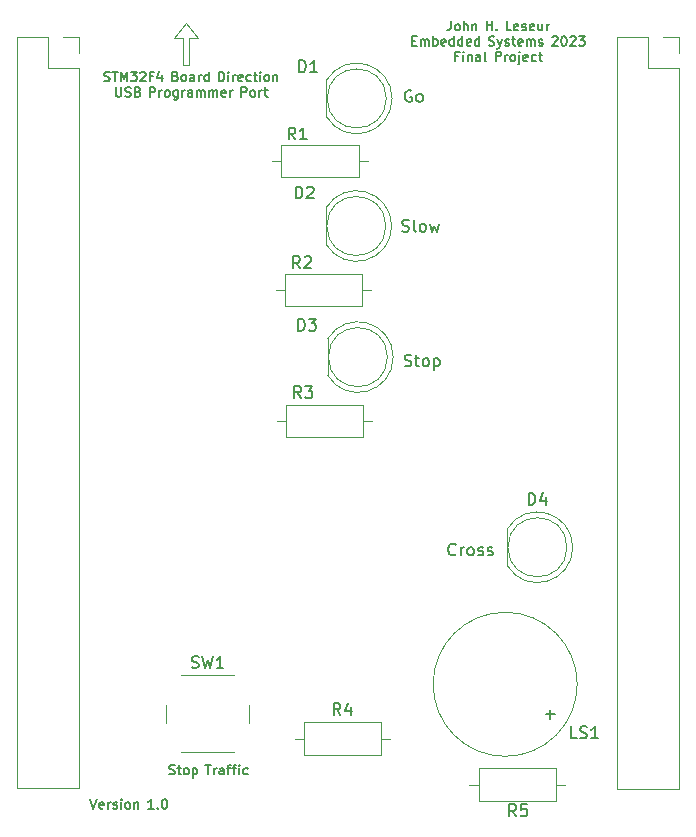
<source format=gbr>
%TF.GenerationSoftware,KiCad,Pcbnew,(7.0.0-0)*%
%TF.CreationDate,2023-05-30T21:51:57-06:00*%
%TF.ProjectId,Phase D PCB,50686173-6520-4442-9050-43422e6b6963,rev?*%
%TF.SameCoordinates,Original*%
%TF.FileFunction,Legend,Top*%
%TF.FilePolarity,Positive*%
%FSLAX46Y46*%
G04 Gerber Fmt 4.6, Leading zero omitted, Abs format (unit mm)*
G04 Created by KiCad (PCBNEW (7.0.0-0)) date 2023-05-30 21:51:57*
%MOMM*%
%LPD*%
G01*
G04 APERTURE LIST*
%ADD10C,0.120000*%
%ADD11C,0.150000*%
G04 APERTURE END LIST*
D10*
X129525000Y-57900000D02*
X128775000Y-57900000D01*
X130775000Y-57900000D02*
X129775000Y-56650000D01*
X130775000Y-57900000D02*
X130025000Y-57900000D01*
X129525000Y-60150000D02*
X130025000Y-60150000D01*
X130025000Y-60150000D02*
X130025000Y-57900000D01*
X129525000Y-57900000D02*
X129525000Y-60150000D01*
X129775000Y-56650000D02*
X128775000Y-57900000D01*
D11*
X128352380Y-120191809D02*
X128466666Y-120229904D01*
X128466666Y-120229904D02*
X128657142Y-120229904D01*
X128657142Y-120229904D02*
X128733333Y-120191809D01*
X128733333Y-120191809D02*
X128771428Y-120153714D01*
X128771428Y-120153714D02*
X128809523Y-120077523D01*
X128809523Y-120077523D02*
X128809523Y-120001333D01*
X128809523Y-120001333D02*
X128771428Y-119925142D01*
X128771428Y-119925142D02*
X128733333Y-119887047D01*
X128733333Y-119887047D02*
X128657142Y-119848952D01*
X128657142Y-119848952D02*
X128504761Y-119810857D01*
X128504761Y-119810857D02*
X128428571Y-119772761D01*
X128428571Y-119772761D02*
X128390476Y-119734666D01*
X128390476Y-119734666D02*
X128352380Y-119658476D01*
X128352380Y-119658476D02*
X128352380Y-119582285D01*
X128352380Y-119582285D02*
X128390476Y-119506095D01*
X128390476Y-119506095D02*
X128428571Y-119468000D01*
X128428571Y-119468000D02*
X128504761Y-119429904D01*
X128504761Y-119429904D02*
X128695238Y-119429904D01*
X128695238Y-119429904D02*
X128809523Y-119468000D01*
X129038095Y-119696571D02*
X129342857Y-119696571D01*
X129152381Y-119429904D02*
X129152381Y-120115619D01*
X129152381Y-120115619D02*
X129190476Y-120191809D01*
X129190476Y-120191809D02*
X129266666Y-120229904D01*
X129266666Y-120229904D02*
X129342857Y-120229904D01*
X129723809Y-120229904D02*
X129647619Y-120191809D01*
X129647619Y-120191809D02*
X129609524Y-120153714D01*
X129609524Y-120153714D02*
X129571428Y-120077523D01*
X129571428Y-120077523D02*
X129571428Y-119848952D01*
X129571428Y-119848952D02*
X129609524Y-119772761D01*
X129609524Y-119772761D02*
X129647619Y-119734666D01*
X129647619Y-119734666D02*
X129723809Y-119696571D01*
X129723809Y-119696571D02*
X129838095Y-119696571D01*
X129838095Y-119696571D02*
X129914286Y-119734666D01*
X129914286Y-119734666D02*
X129952381Y-119772761D01*
X129952381Y-119772761D02*
X129990476Y-119848952D01*
X129990476Y-119848952D02*
X129990476Y-120077523D01*
X129990476Y-120077523D02*
X129952381Y-120153714D01*
X129952381Y-120153714D02*
X129914286Y-120191809D01*
X129914286Y-120191809D02*
X129838095Y-120229904D01*
X129838095Y-120229904D02*
X129723809Y-120229904D01*
X130333334Y-119696571D02*
X130333334Y-120496571D01*
X130333334Y-119734666D02*
X130409524Y-119696571D01*
X130409524Y-119696571D02*
X130561905Y-119696571D01*
X130561905Y-119696571D02*
X130638096Y-119734666D01*
X130638096Y-119734666D02*
X130676191Y-119772761D01*
X130676191Y-119772761D02*
X130714286Y-119848952D01*
X130714286Y-119848952D02*
X130714286Y-120077523D01*
X130714286Y-120077523D02*
X130676191Y-120153714D01*
X130676191Y-120153714D02*
X130638096Y-120191809D01*
X130638096Y-120191809D02*
X130561905Y-120229904D01*
X130561905Y-120229904D02*
X130409524Y-120229904D01*
X130409524Y-120229904D02*
X130333334Y-120191809D01*
X131422858Y-119429904D02*
X131880001Y-119429904D01*
X131651429Y-120229904D02*
X131651429Y-119429904D01*
X132146668Y-120229904D02*
X132146668Y-119696571D01*
X132146668Y-119848952D02*
X132184763Y-119772761D01*
X132184763Y-119772761D02*
X132222858Y-119734666D01*
X132222858Y-119734666D02*
X132299049Y-119696571D01*
X132299049Y-119696571D02*
X132375239Y-119696571D01*
X132984763Y-120229904D02*
X132984763Y-119810857D01*
X132984763Y-119810857D02*
X132946668Y-119734666D01*
X132946668Y-119734666D02*
X132870477Y-119696571D01*
X132870477Y-119696571D02*
X132718096Y-119696571D01*
X132718096Y-119696571D02*
X132641906Y-119734666D01*
X132984763Y-120191809D02*
X132908572Y-120229904D01*
X132908572Y-120229904D02*
X132718096Y-120229904D01*
X132718096Y-120229904D02*
X132641906Y-120191809D01*
X132641906Y-120191809D02*
X132603810Y-120115619D01*
X132603810Y-120115619D02*
X132603810Y-120039428D01*
X132603810Y-120039428D02*
X132641906Y-119963238D01*
X132641906Y-119963238D02*
X132718096Y-119925142D01*
X132718096Y-119925142D02*
X132908572Y-119925142D01*
X132908572Y-119925142D02*
X132984763Y-119887047D01*
X133251430Y-119696571D02*
X133556192Y-119696571D01*
X133365716Y-120229904D02*
X133365716Y-119544190D01*
X133365716Y-119544190D02*
X133403811Y-119468000D01*
X133403811Y-119468000D02*
X133480001Y-119429904D01*
X133480001Y-119429904D02*
X133556192Y-119429904D01*
X133708573Y-119696571D02*
X134013335Y-119696571D01*
X133822859Y-120229904D02*
X133822859Y-119544190D01*
X133822859Y-119544190D02*
X133860954Y-119468000D01*
X133860954Y-119468000D02*
X133937144Y-119429904D01*
X133937144Y-119429904D02*
X134013335Y-119429904D01*
X134280002Y-120229904D02*
X134280002Y-119696571D01*
X134280002Y-119429904D02*
X134241906Y-119468000D01*
X134241906Y-119468000D02*
X134280002Y-119506095D01*
X134280002Y-119506095D02*
X134318097Y-119468000D01*
X134318097Y-119468000D02*
X134280002Y-119429904D01*
X134280002Y-119429904D02*
X134280002Y-119506095D01*
X135003811Y-120191809D02*
X134927620Y-120229904D01*
X134927620Y-120229904D02*
X134775239Y-120229904D01*
X134775239Y-120229904D02*
X134699049Y-120191809D01*
X134699049Y-120191809D02*
X134660954Y-120153714D01*
X134660954Y-120153714D02*
X134622858Y-120077523D01*
X134622858Y-120077523D02*
X134622858Y-119848952D01*
X134622858Y-119848952D02*
X134660954Y-119772761D01*
X134660954Y-119772761D02*
X134699049Y-119734666D01*
X134699049Y-119734666D02*
X134775239Y-119696571D01*
X134775239Y-119696571D02*
X134927620Y-119696571D01*
X134927620Y-119696571D02*
X135003811Y-119734666D01*
X122843808Y-61507809D02*
X122958094Y-61545904D01*
X122958094Y-61545904D02*
X123148570Y-61545904D01*
X123148570Y-61545904D02*
X123224761Y-61507809D01*
X123224761Y-61507809D02*
X123262856Y-61469714D01*
X123262856Y-61469714D02*
X123300951Y-61393523D01*
X123300951Y-61393523D02*
X123300951Y-61317333D01*
X123300951Y-61317333D02*
X123262856Y-61241142D01*
X123262856Y-61241142D02*
X123224761Y-61203047D01*
X123224761Y-61203047D02*
X123148570Y-61164952D01*
X123148570Y-61164952D02*
X122996189Y-61126857D01*
X122996189Y-61126857D02*
X122919999Y-61088761D01*
X122919999Y-61088761D02*
X122881904Y-61050666D01*
X122881904Y-61050666D02*
X122843808Y-60974476D01*
X122843808Y-60974476D02*
X122843808Y-60898285D01*
X122843808Y-60898285D02*
X122881904Y-60822095D01*
X122881904Y-60822095D02*
X122919999Y-60784000D01*
X122919999Y-60784000D02*
X122996189Y-60745904D01*
X122996189Y-60745904D02*
X123186666Y-60745904D01*
X123186666Y-60745904D02*
X123300951Y-60784000D01*
X123529523Y-60745904D02*
X123986666Y-60745904D01*
X123758094Y-61545904D02*
X123758094Y-60745904D01*
X124253333Y-61545904D02*
X124253333Y-60745904D01*
X124253333Y-60745904D02*
X124519999Y-61317333D01*
X124519999Y-61317333D02*
X124786666Y-60745904D01*
X124786666Y-60745904D02*
X124786666Y-61545904D01*
X125091428Y-60745904D02*
X125586666Y-60745904D01*
X125586666Y-60745904D02*
X125320000Y-61050666D01*
X125320000Y-61050666D02*
X125434285Y-61050666D01*
X125434285Y-61050666D02*
X125510476Y-61088761D01*
X125510476Y-61088761D02*
X125548571Y-61126857D01*
X125548571Y-61126857D02*
X125586666Y-61203047D01*
X125586666Y-61203047D02*
X125586666Y-61393523D01*
X125586666Y-61393523D02*
X125548571Y-61469714D01*
X125548571Y-61469714D02*
X125510476Y-61507809D01*
X125510476Y-61507809D02*
X125434285Y-61545904D01*
X125434285Y-61545904D02*
X125205714Y-61545904D01*
X125205714Y-61545904D02*
X125129523Y-61507809D01*
X125129523Y-61507809D02*
X125091428Y-61469714D01*
X125891428Y-60822095D02*
X125929524Y-60784000D01*
X125929524Y-60784000D02*
X126005714Y-60745904D01*
X126005714Y-60745904D02*
X126196190Y-60745904D01*
X126196190Y-60745904D02*
X126272381Y-60784000D01*
X126272381Y-60784000D02*
X126310476Y-60822095D01*
X126310476Y-60822095D02*
X126348571Y-60898285D01*
X126348571Y-60898285D02*
X126348571Y-60974476D01*
X126348571Y-60974476D02*
X126310476Y-61088761D01*
X126310476Y-61088761D02*
X125853333Y-61545904D01*
X125853333Y-61545904D02*
X126348571Y-61545904D01*
X126958095Y-61126857D02*
X126691429Y-61126857D01*
X126691429Y-61545904D02*
X126691429Y-60745904D01*
X126691429Y-60745904D02*
X127072381Y-60745904D01*
X127720000Y-61012571D02*
X127720000Y-61545904D01*
X127529524Y-60707809D02*
X127339047Y-61279238D01*
X127339047Y-61279238D02*
X127834286Y-61279238D01*
X128885714Y-61126857D02*
X129000000Y-61164952D01*
X129000000Y-61164952D02*
X129038095Y-61203047D01*
X129038095Y-61203047D02*
X129076191Y-61279238D01*
X129076191Y-61279238D02*
X129076191Y-61393523D01*
X129076191Y-61393523D02*
X129038095Y-61469714D01*
X129038095Y-61469714D02*
X129000000Y-61507809D01*
X129000000Y-61507809D02*
X128923810Y-61545904D01*
X128923810Y-61545904D02*
X128619048Y-61545904D01*
X128619048Y-61545904D02*
X128619048Y-60745904D01*
X128619048Y-60745904D02*
X128885714Y-60745904D01*
X128885714Y-60745904D02*
X128961905Y-60784000D01*
X128961905Y-60784000D02*
X129000000Y-60822095D01*
X129000000Y-60822095D02*
X129038095Y-60898285D01*
X129038095Y-60898285D02*
X129038095Y-60974476D01*
X129038095Y-60974476D02*
X129000000Y-61050666D01*
X129000000Y-61050666D02*
X128961905Y-61088761D01*
X128961905Y-61088761D02*
X128885714Y-61126857D01*
X128885714Y-61126857D02*
X128619048Y-61126857D01*
X129533333Y-61545904D02*
X129457143Y-61507809D01*
X129457143Y-61507809D02*
X129419048Y-61469714D01*
X129419048Y-61469714D02*
X129380952Y-61393523D01*
X129380952Y-61393523D02*
X129380952Y-61164952D01*
X129380952Y-61164952D02*
X129419048Y-61088761D01*
X129419048Y-61088761D02*
X129457143Y-61050666D01*
X129457143Y-61050666D02*
X129533333Y-61012571D01*
X129533333Y-61012571D02*
X129647619Y-61012571D01*
X129647619Y-61012571D02*
X129723810Y-61050666D01*
X129723810Y-61050666D02*
X129761905Y-61088761D01*
X129761905Y-61088761D02*
X129800000Y-61164952D01*
X129800000Y-61164952D02*
X129800000Y-61393523D01*
X129800000Y-61393523D02*
X129761905Y-61469714D01*
X129761905Y-61469714D02*
X129723810Y-61507809D01*
X129723810Y-61507809D02*
X129647619Y-61545904D01*
X129647619Y-61545904D02*
X129533333Y-61545904D01*
X130485715Y-61545904D02*
X130485715Y-61126857D01*
X130485715Y-61126857D02*
X130447620Y-61050666D01*
X130447620Y-61050666D02*
X130371429Y-61012571D01*
X130371429Y-61012571D02*
X130219048Y-61012571D01*
X130219048Y-61012571D02*
X130142858Y-61050666D01*
X130485715Y-61507809D02*
X130409524Y-61545904D01*
X130409524Y-61545904D02*
X130219048Y-61545904D01*
X130219048Y-61545904D02*
X130142858Y-61507809D01*
X130142858Y-61507809D02*
X130104762Y-61431619D01*
X130104762Y-61431619D02*
X130104762Y-61355428D01*
X130104762Y-61355428D02*
X130142858Y-61279238D01*
X130142858Y-61279238D02*
X130219048Y-61241142D01*
X130219048Y-61241142D02*
X130409524Y-61241142D01*
X130409524Y-61241142D02*
X130485715Y-61203047D01*
X130866668Y-61545904D02*
X130866668Y-61012571D01*
X130866668Y-61164952D02*
X130904763Y-61088761D01*
X130904763Y-61088761D02*
X130942858Y-61050666D01*
X130942858Y-61050666D02*
X131019049Y-61012571D01*
X131019049Y-61012571D02*
X131095239Y-61012571D01*
X131704763Y-61545904D02*
X131704763Y-60745904D01*
X131704763Y-61507809D02*
X131628572Y-61545904D01*
X131628572Y-61545904D02*
X131476191Y-61545904D01*
X131476191Y-61545904D02*
X131400001Y-61507809D01*
X131400001Y-61507809D02*
X131361906Y-61469714D01*
X131361906Y-61469714D02*
X131323810Y-61393523D01*
X131323810Y-61393523D02*
X131323810Y-61164952D01*
X131323810Y-61164952D02*
X131361906Y-61088761D01*
X131361906Y-61088761D02*
X131400001Y-61050666D01*
X131400001Y-61050666D02*
X131476191Y-61012571D01*
X131476191Y-61012571D02*
X131628572Y-61012571D01*
X131628572Y-61012571D02*
X131704763Y-61050666D01*
X132565716Y-61545904D02*
X132565716Y-60745904D01*
X132565716Y-60745904D02*
X132756192Y-60745904D01*
X132756192Y-60745904D02*
X132870478Y-60784000D01*
X132870478Y-60784000D02*
X132946668Y-60860190D01*
X132946668Y-60860190D02*
X132984763Y-60936380D01*
X132984763Y-60936380D02*
X133022859Y-61088761D01*
X133022859Y-61088761D02*
X133022859Y-61203047D01*
X133022859Y-61203047D02*
X132984763Y-61355428D01*
X132984763Y-61355428D02*
X132946668Y-61431619D01*
X132946668Y-61431619D02*
X132870478Y-61507809D01*
X132870478Y-61507809D02*
X132756192Y-61545904D01*
X132756192Y-61545904D02*
X132565716Y-61545904D01*
X133365716Y-61545904D02*
X133365716Y-61012571D01*
X133365716Y-60745904D02*
X133327620Y-60784000D01*
X133327620Y-60784000D02*
X133365716Y-60822095D01*
X133365716Y-60822095D02*
X133403811Y-60784000D01*
X133403811Y-60784000D02*
X133365716Y-60745904D01*
X133365716Y-60745904D02*
X133365716Y-60822095D01*
X133746668Y-61545904D02*
X133746668Y-61012571D01*
X133746668Y-61164952D02*
X133784763Y-61088761D01*
X133784763Y-61088761D02*
X133822858Y-61050666D01*
X133822858Y-61050666D02*
X133899049Y-61012571D01*
X133899049Y-61012571D02*
X133975239Y-61012571D01*
X134546668Y-61507809D02*
X134470477Y-61545904D01*
X134470477Y-61545904D02*
X134318096Y-61545904D01*
X134318096Y-61545904D02*
X134241906Y-61507809D01*
X134241906Y-61507809D02*
X134203810Y-61431619D01*
X134203810Y-61431619D02*
X134203810Y-61126857D01*
X134203810Y-61126857D02*
X134241906Y-61050666D01*
X134241906Y-61050666D02*
X134318096Y-61012571D01*
X134318096Y-61012571D02*
X134470477Y-61012571D01*
X134470477Y-61012571D02*
X134546668Y-61050666D01*
X134546668Y-61050666D02*
X134584763Y-61126857D01*
X134584763Y-61126857D02*
X134584763Y-61203047D01*
X134584763Y-61203047D02*
X134203810Y-61279238D01*
X135270477Y-61507809D02*
X135194286Y-61545904D01*
X135194286Y-61545904D02*
X135041905Y-61545904D01*
X135041905Y-61545904D02*
X134965715Y-61507809D01*
X134965715Y-61507809D02*
X134927620Y-61469714D01*
X134927620Y-61469714D02*
X134889524Y-61393523D01*
X134889524Y-61393523D02*
X134889524Y-61164952D01*
X134889524Y-61164952D02*
X134927620Y-61088761D01*
X134927620Y-61088761D02*
X134965715Y-61050666D01*
X134965715Y-61050666D02*
X135041905Y-61012571D01*
X135041905Y-61012571D02*
X135194286Y-61012571D01*
X135194286Y-61012571D02*
X135270477Y-61050666D01*
X135499048Y-61012571D02*
X135803810Y-61012571D01*
X135613334Y-60745904D02*
X135613334Y-61431619D01*
X135613334Y-61431619D02*
X135651429Y-61507809D01*
X135651429Y-61507809D02*
X135727619Y-61545904D01*
X135727619Y-61545904D02*
X135803810Y-61545904D01*
X136070477Y-61545904D02*
X136070477Y-61012571D01*
X136070477Y-60745904D02*
X136032381Y-60784000D01*
X136032381Y-60784000D02*
X136070477Y-60822095D01*
X136070477Y-60822095D02*
X136108572Y-60784000D01*
X136108572Y-60784000D02*
X136070477Y-60745904D01*
X136070477Y-60745904D02*
X136070477Y-60822095D01*
X136565714Y-61545904D02*
X136489524Y-61507809D01*
X136489524Y-61507809D02*
X136451429Y-61469714D01*
X136451429Y-61469714D02*
X136413333Y-61393523D01*
X136413333Y-61393523D02*
X136413333Y-61164952D01*
X136413333Y-61164952D02*
X136451429Y-61088761D01*
X136451429Y-61088761D02*
X136489524Y-61050666D01*
X136489524Y-61050666D02*
X136565714Y-61012571D01*
X136565714Y-61012571D02*
X136680000Y-61012571D01*
X136680000Y-61012571D02*
X136756191Y-61050666D01*
X136756191Y-61050666D02*
X136794286Y-61088761D01*
X136794286Y-61088761D02*
X136832381Y-61164952D01*
X136832381Y-61164952D02*
X136832381Y-61393523D01*
X136832381Y-61393523D02*
X136794286Y-61469714D01*
X136794286Y-61469714D02*
X136756191Y-61507809D01*
X136756191Y-61507809D02*
X136680000Y-61545904D01*
X136680000Y-61545904D02*
X136565714Y-61545904D01*
X137175239Y-61012571D02*
X137175239Y-61545904D01*
X137175239Y-61088761D02*
X137213334Y-61050666D01*
X137213334Y-61050666D02*
X137289524Y-61012571D01*
X137289524Y-61012571D02*
X137403810Y-61012571D01*
X137403810Y-61012571D02*
X137480001Y-61050666D01*
X137480001Y-61050666D02*
X137518096Y-61126857D01*
X137518096Y-61126857D02*
X137518096Y-61545904D01*
X123834285Y-62041904D02*
X123834285Y-62689523D01*
X123834285Y-62689523D02*
X123872380Y-62765714D01*
X123872380Y-62765714D02*
X123910475Y-62803809D01*
X123910475Y-62803809D02*
X123986666Y-62841904D01*
X123986666Y-62841904D02*
X124139047Y-62841904D01*
X124139047Y-62841904D02*
X124215237Y-62803809D01*
X124215237Y-62803809D02*
X124253332Y-62765714D01*
X124253332Y-62765714D02*
X124291428Y-62689523D01*
X124291428Y-62689523D02*
X124291428Y-62041904D01*
X124634284Y-62803809D02*
X124748570Y-62841904D01*
X124748570Y-62841904D02*
X124939046Y-62841904D01*
X124939046Y-62841904D02*
X125015237Y-62803809D01*
X125015237Y-62803809D02*
X125053332Y-62765714D01*
X125053332Y-62765714D02*
X125091427Y-62689523D01*
X125091427Y-62689523D02*
X125091427Y-62613333D01*
X125091427Y-62613333D02*
X125053332Y-62537142D01*
X125053332Y-62537142D02*
X125015237Y-62499047D01*
X125015237Y-62499047D02*
X124939046Y-62460952D01*
X124939046Y-62460952D02*
X124786665Y-62422857D01*
X124786665Y-62422857D02*
X124710475Y-62384761D01*
X124710475Y-62384761D02*
X124672380Y-62346666D01*
X124672380Y-62346666D02*
X124634284Y-62270476D01*
X124634284Y-62270476D02*
X124634284Y-62194285D01*
X124634284Y-62194285D02*
X124672380Y-62118095D01*
X124672380Y-62118095D02*
X124710475Y-62080000D01*
X124710475Y-62080000D02*
X124786665Y-62041904D01*
X124786665Y-62041904D02*
X124977142Y-62041904D01*
X124977142Y-62041904D02*
X125091427Y-62080000D01*
X125700951Y-62422857D02*
X125815237Y-62460952D01*
X125815237Y-62460952D02*
X125853332Y-62499047D01*
X125853332Y-62499047D02*
X125891428Y-62575238D01*
X125891428Y-62575238D02*
X125891428Y-62689523D01*
X125891428Y-62689523D02*
X125853332Y-62765714D01*
X125853332Y-62765714D02*
X125815237Y-62803809D01*
X125815237Y-62803809D02*
X125739047Y-62841904D01*
X125739047Y-62841904D02*
X125434285Y-62841904D01*
X125434285Y-62841904D02*
X125434285Y-62041904D01*
X125434285Y-62041904D02*
X125700951Y-62041904D01*
X125700951Y-62041904D02*
X125777142Y-62080000D01*
X125777142Y-62080000D02*
X125815237Y-62118095D01*
X125815237Y-62118095D02*
X125853332Y-62194285D01*
X125853332Y-62194285D02*
X125853332Y-62270476D01*
X125853332Y-62270476D02*
X125815237Y-62346666D01*
X125815237Y-62346666D02*
X125777142Y-62384761D01*
X125777142Y-62384761D02*
X125700951Y-62422857D01*
X125700951Y-62422857D02*
X125434285Y-62422857D01*
X126714285Y-62841904D02*
X126714285Y-62041904D01*
X126714285Y-62041904D02*
X127019047Y-62041904D01*
X127019047Y-62041904D02*
X127095237Y-62080000D01*
X127095237Y-62080000D02*
X127133332Y-62118095D01*
X127133332Y-62118095D02*
X127171428Y-62194285D01*
X127171428Y-62194285D02*
X127171428Y-62308571D01*
X127171428Y-62308571D02*
X127133332Y-62384761D01*
X127133332Y-62384761D02*
X127095237Y-62422857D01*
X127095237Y-62422857D02*
X127019047Y-62460952D01*
X127019047Y-62460952D02*
X126714285Y-62460952D01*
X127514285Y-62841904D02*
X127514285Y-62308571D01*
X127514285Y-62460952D02*
X127552380Y-62384761D01*
X127552380Y-62384761D02*
X127590475Y-62346666D01*
X127590475Y-62346666D02*
X127666666Y-62308571D01*
X127666666Y-62308571D02*
X127742856Y-62308571D01*
X128123808Y-62841904D02*
X128047618Y-62803809D01*
X128047618Y-62803809D02*
X128009523Y-62765714D01*
X128009523Y-62765714D02*
X127971427Y-62689523D01*
X127971427Y-62689523D02*
X127971427Y-62460952D01*
X127971427Y-62460952D02*
X128009523Y-62384761D01*
X128009523Y-62384761D02*
X128047618Y-62346666D01*
X128047618Y-62346666D02*
X128123808Y-62308571D01*
X128123808Y-62308571D02*
X128238094Y-62308571D01*
X128238094Y-62308571D02*
X128314285Y-62346666D01*
X128314285Y-62346666D02*
X128352380Y-62384761D01*
X128352380Y-62384761D02*
X128390475Y-62460952D01*
X128390475Y-62460952D02*
X128390475Y-62689523D01*
X128390475Y-62689523D02*
X128352380Y-62765714D01*
X128352380Y-62765714D02*
X128314285Y-62803809D01*
X128314285Y-62803809D02*
X128238094Y-62841904D01*
X128238094Y-62841904D02*
X128123808Y-62841904D01*
X129076190Y-62308571D02*
X129076190Y-62956190D01*
X129076190Y-62956190D02*
X129038095Y-63032380D01*
X129038095Y-63032380D02*
X128999999Y-63070476D01*
X128999999Y-63070476D02*
X128923809Y-63108571D01*
X128923809Y-63108571D02*
X128809523Y-63108571D01*
X128809523Y-63108571D02*
X128733333Y-63070476D01*
X129076190Y-62803809D02*
X128999999Y-62841904D01*
X128999999Y-62841904D02*
X128847618Y-62841904D01*
X128847618Y-62841904D02*
X128771428Y-62803809D01*
X128771428Y-62803809D02*
X128733333Y-62765714D01*
X128733333Y-62765714D02*
X128695237Y-62689523D01*
X128695237Y-62689523D02*
X128695237Y-62460952D01*
X128695237Y-62460952D02*
X128733333Y-62384761D01*
X128733333Y-62384761D02*
X128771428Y-62346666D01*
X128771428Y-62346666D02*
X128847618Y-62308571D01*
X128847618Y-62308571D02*
X128999999Y-62308571D01*
X128999999Y-62308571D02*
X129076190Y-62346666D01*
X129457143Y-62841904D02*
X129457143Y-62308571D01*
X129457143Y-62460952D02*
X129495238Y-62384761D01*
X129495238Y-62384761D02*
X129533333Y-62346666D01*
X129533333Y-62346666D02*
X129609524Y-62308571D01*
X129609524Y-62308571D02*
X129685714Y-62308571D01*
X130295238Y-62841904D02*
X130295238Y-62422857D01*
X130295238Y-62422857D02*
X130257143Y-62346666D01*
X130257143Y-62346666D02*
X130180952Y-62308571D01*
X130180952Y-62308571D02*
X130028571Y-62308571D01*
X130028571Y-62308571D02*
X129952381Y-62346666D01*
X130295238Y-62803809D02*
X130219047Y-62841904D01*
X130219047Y-62841904D02*
X130028571Y-62841904D01*
X130028571Y-62841904D02*
X129952381Y-62803809D01*
X129952381Y-62803809D02*
X129914285Y-62727619D01*
X129914285Y-62727619D02*
X129914285Y-62651428D01*
X129914285Y-62651428D02*
X129952381Y-62575238D01*
X129952381Y-62575238D02*
X130028571Y-62537142D01*
X130028571Y-62537142D02*
X130219047Y-62537142D01*
X130219047Y-62537142D02*
X130295238Y-62499047D01*
X130676191Y-62841904D02*
X130676191Y-62308571D01*
X130676191Y-62384761D02*
X130714286Y-62346666D01*
X130714286Y-62346666D02*
X130790476Y-62308571D01*
X130790476Y-62308571D02*
X130904762Y-62308571D01*
X130904762Y-62308571D02*
X130980953Y-62346666D01*
X130980953Y-62346666D02*
X131019048Y-62422857D01*
X131019048Y-62422857D02*
X131019048Y-62841904D01*
X131019048Y-62422857D02*
X131057143Y-62346666D01*
X131057143Y-62346666D02*
X131133334Y-62308571D01*
X131133334Y-62308571D02*
X131247619Y-62308571D01*
X131247619Y-62308571D02*
X131323810Y-62346666D01*
X131323810Y-62346666D02*
X131361905Y-62422857D01*
X131361905Y-62422857D02*
X131361905Y-62841904D01*
X131742858Y-62841904D02*
X131742858Y-62308571D01*
X131742858Y-62384761D02*
X131780953Y-62346666D01*
X131780953Y-62346666D02*
X131857143Y-62308571D01*
X131857143Y-62308571D02*
X131971429Y-62308571D01*
X131971429Y-62308571D02*
X132047620Y-62346666D01*
X132047620Y-62346666D02*
X132085715Y-62422857D01*
X132085715Y-62422857D02*
X132085715Y-62841904D01*
X132085715Y-62422857D02*
X132123810Y-62346666D01*
X132123810Y-62346666D02*
X132200001Y-62308571D01*
X132200001Y-62308571D02*
X132314286Y-62308571D01*
X132314286Y-62308571D02*
X132390477Y-62346666D01*
X132390477Y-62346666D02*
X132428572Y-62422857D01*
X132428572Y-62422857D02*
X132428572Y-62841904D01*
X133114287Y-62803809D02*
X133038096Y-62841904D01*
X133038096Y-62841904D02*
X132885715Y-62841904D01*
X132885715Y-62841904D02*
X132809525Y-62803809D01*
X132809525Y-62803809D02*
X132771429Y-62727619D01*
X132771429Y-62727619D02*
X132771429Y-62422857D01*
X132771429Y-62422857D02*
X132809525Y-62346666D01*
X132809525Y-62346666D02*
X132885715Y-62308571D01*
X132885715Y-62308571D02*
X133038096Y-62308571D01*
X133038096Y-62308571D02*
X133114287Y-62346666D01*
X133114287Y-62346666D02*
X133152382Y-62422857D01*
X133152382Y-62422857D02*
X133152382Y-62499047D01*
X133152382Y-62499047D02*
X132771429Y-62575238D01*
X133495239Y-62841904D02*
X133495239Y-62308571D01*
X133495239Y-62460952D02*
X133533334Y-62384761D01*
X133533334Y-62384761D02*
X133571429Y-62346666D01*
X133571429Y-62346666D02*
X133647620Y-62308571D01*
X133647620Y-62308571D02*
X133723810Y-62308571D01*
X134470477Y-62841904D02*
X134470477Y-62041904D01*
X134470477Y-62041904D02*
X134775239Y-62041904D01*
X134775239Y-62041904D02*
X134851429Y-62080000D01*
X134851429Y-62080000D02*
X134889524Y-62118095D01*
X134889524Y-62118095D02*
X134927620Y-62194285D01*
X134927620Y-62194285D02*
X134927620Y-62308571D01*
X134927620Y-62308571D02*
X134889524Y-62384761D01*
X134889524Y-62384761D02*
X134851429Y-62422857D01*
X134851429Y-62422857D02*
X134775239Y-62460952D01*
X134775239Y-62460952D02*
X134470477Y-62460952D01*
X135384762Y-62841904D02*
X135308572Y-62803809D01*
X135308572Y-62803809D02*
X135270477Y-62765714D01*
X135270477Y-62765714D02*
X135232381Y-62689523D01*
X135232381Y-62689523D02*
X135232381Y-62460952D01*
X135232381Y-62460952D02*
X135270477Y-62384761D01*
X135270477Y-62384761D02*
X135308572Y-62346666D01*
X135308572Y-62346666D02*
X135384762Y-62308571D01*
X135384762Y-62308571D02*
X135499048Y-62308571D01*
X135499048Y-62308571D02*
X135575239Y-62346666D01*
X135575239Y-62346666D02*
X135613334Y-62384761D01*
X135613334Y-62384761D02*
X135651429Y-62460952D01*
X135651429Y-62460952D02*
X135651429Y-62689523D01*
X135651429Y-62689523D02*
X135613334Y-62765714D01*
X135613334Y-62765714D02*
X135575239Y-62803809D01*
X135575239Y-62803809D02*
X135499048Y-62841904D01*
X135499048Y-62841904D02*
X135384762Y-62841904D01*
X135994287Y-62841904D02*
X135994287Y-62308571D01*
X135994287Y-62460952D02*
X136032382Y-62384761D01*
X136032382Y-62384761D02*
X136070477Y-62346666D01*
X136070477Y-62346666D02*
X136146668Y-62308571D01*
X136146668Y-62308571D02*
X136222858Y-62308571D01*
X136375239Y-62308571D02*
X136680001Y-62308571D01*
X136489525Y-62041904D02*
X136489525Y-62727619D01*
X136489525Y-62727619D02*
X136527620Y-62803809D01*
X136527620Y-62803809D02*
X136603810Y-62841904D01*
X136603810Y-62841904D02*
X136680001Y-62841904D01*
X152196190Y-56433904D02*
X152196190Y-57005333D01*
X152196190Y-57005333D02*
X152158095Y-57119619D01*
X152158095Y-57119619D02*
X152081904Y-57195809D01*
X152081904Y-57195809D02*
X151967619Y-57233904D01*
X151967619Y-57233904D02*
X151891428Y-57233904D01*
X152691428Y-57233904D02*
X152615238Y-57195809D01*
X152615238Y-57195809D02*
X152577143Y-57157714D01*
X152577143Y-57157714D02*
X152539047Y-57081523D01*
X152539047Y-57081523D02*
X152539047Y-56852952D01*
X152539047Y-56852952D02*
X152577143Y-56776761D01*
X152577143Y-56776761D02*
X152615238Y-56738666D01*
X152615238Y-56738666D02*
X152691428Y-56700571D01*
X152691428Y-56700571D02*
X152805714Y-56700571D01*
X152805714Y-56700571D02*
X152881905Y-56738666D01*
X152881905Y-56738666D02*
X152920000Y-56776761D01*
X152920000Y-56776761D02*
X152958095Y-56852952D01*
X152958095Y-56852952D02*
X152958095Y-57081523D01*
X152958095Y-57081523D02*
X152920000Y-57157714D01*
X152920000Y-57157714D02*
X152881905Y-57195809D01*
X152881905Y-57195809D02*
X152805714Y-57233904D01*
X152805714Y-57233904D02*
X152691428Y-57233904D01*
X153300953Y-57233904D02*
X153300953Y-56433904D01*
X153643810Y-57233904D02*
X153643810Y-56814857D01*
X153643810Y-56814857D02*
X153605715Y-56738666D01*
X153605715Y-56738666D02*
X153529524Y-56700571D01*
X153529524Y-56700571D02*
X153415238Y-56700571D01*
X153415238Y-56700571D02*
X153339048Y-56738666D01*
X153339048Y-56738666D02*
X153300953Y-56776761D01*
X154024763Y-56700571D02*
X154024763Y-57233904D01*
X154024763Y-56776761D02*
X154062858Y-56738666D01*
X154062858Y-56738666D02*
X154139048Y-56700571D01*
X154139048Y-56700571D02*
X154253334Y-56700571D01*
X154253334Y-56700571D02*
X154329525Y-56738666D01*
X154329525Y-56738666D02*
X154367620Y-56814857D01*
X154367620Y-56814857D02*
X154367620Y-57233904D01*
X155228573Y-57233904D02*
X155228573Y-56433904D01*
X155228573Y-56814857D02*
X155685716Y-56814857D01*
X155685716Y-57233904D02*
X155685716Y-56433904D01*
X156066668Y-57157714D02*
X156104763Y-57195809D01*
X156104763Y-57195809D02*
X156066668Y-57233904D01*
X156066668Y-57233904D02*
X156028572Y-57195809D01*
X156028572Y-57195809D02*
X156066668Y-57157714D01*
X156066668Y-57157714D02*
X156066668Y-57233904D01*
X157308572Y-57233904D02*
X156927620Y-57233904D01*
X156927620Y-57233904D02*
X156927620Y-56433904D01*
X157880001Y-57195809D02*
X157803810Y-57233904D01*
X157803810Y-57233904D02*
X157651429Y-57233904D01*
X157651429Y-57233904D02*
X157575239Y-57195809D01*
X157575239Y-57195809D02*
X157537143Y-57119619D01*
X157537143Y-57119619D02*
X157537143Y-56814857D01*
X157537143Y-56814857D02*
X157575239Y-56738666D01*
X157575239Y-56738666D02*
X157651429Y-56700571D01*
X157651429Y-56700571D02*
X157803810Y-56700571D01*
X157803810Y-56700571D02*
X157880001Y-56738666D01*
X157880001Y-56738666D02*
X157918096Y-56814857D01*
X157918096Y-56814857D02*
X157918096Y-56891047D01*
X157918096Y-56891047D02*
X157537143Y-56967238D01*
X158222857Y-57195809D02*
X158299048Y-57233904D01*
X158299048Y-57233904D02*
X158451429Y-57233904D01*
X158451429Y-57233904D02*
X158527619Y-57195809D01*
X158527619Y-57195809D02*
X158565715Y-57119619D01*
X158565715Y-57119619D02*
X158565715Y-57081523D01*
X158565715Y-57081523D02*
X158527619Y-57005333D01*
X158527619Y-57005333D02*
X158451429Y-56967238D01*
X158451429Y-56967238D02*
X158337143Y-56967238D01*
X158337143Y-56967238D02*
X158260953Y-56929142D01*
X158260953Y-56929142D02*
X158222857Y-56852952D01*
X158222857Y-56852952D02*
X158222857Y-56814857D01*
X158222857Y-56814857D02*
X158260953Y-56738666D01*
X158260953Y-56738666D02*
X158337143Y-56700571D01*
X158337143Y-56700571D02*
X158451429Y-56700571D01*
X158451429Y-56700571D02*
X158527619Y-56738666D01*
X159213334Y-57195809D02*
X159137143Y-57233904D01*
X159137143Y-57233904D02*
X158984762Y-57233904D01*
X158984762Y-57233904D02*
X158908572Y-57195809D01*
X158908572Y-57195809D02*
X158870476Y-57119619D01*
X158870476Y-57119619D02*
X158870476Y-56814857D01*
X158870476Y-56814857D02*
X158908572Y-56738666D01*
X158908572Y-56738666D02*
X158984762Y-56700571D01*
X158984762Y-56700571D02*
X159137143Y-56700571D01*
X159137143Y-56700571D02*
X159213334Y-56738666D01*
X159213334Y-56738666D02*
X159251429Y-56814857D01*
X159251429Y-56814857D02*
X159251429Y-56891047D01*
X159251429Y-56891047D02*
X158870476Y-56967238D01*
X159937143Y-56700571D02*
X159937143Y-57233904D01*
X159594286Y-56700571D02*
X159594286Y-57119619D01*
X159594286Y-57119619D02*
X159632381Y-57195809D01*
X159632381Y-57195809D02*
X159708571Y-57233904D01*
X159708571Y-57233904D02*
X159822857Y-57233904D01*
X159822857Y-57233904D02*
X159899048Y-57195809D01*
X159899048Y-57195809D02*
X159937143Y-57157714D01*
X160318096Y-57233904D02*
X160318096Y-56700571D01*
X160318096Y-56852952D02*
X160356191Y-56776761D01*
X160356191Y-56776761D02*
X160394286Y-56738666D01*
X160394286Y-56738666D02*
X160470477Y-56700571D01*
X160470477Y-56700571D02*
X160546667Y-56700571D01*
X148919998Y-58110857D02*
X149186664Y-58110857D01*
X149300950Y-58529904D02*
X148919998Y-58529904D01*
X148919998Y-58529904D02*
X148919998Y-57729904D01*
X148919998Y-57729904D02*
X149300950Y-57729904D01*
X149643808Y-58529904D02*
X149643808Y-57996571D01*
X149643808Y-58072761D02*
X149681903Y-58034666D01*
X149681903Y-58034666D02*
X149758093Y-57996571D01*
X149758093Y-57996571D02*
X149872379Y-57996571D01*
X149872379Y-57996571D02*
X149948570Y-58034666D01*
X149948570Y-58034666D02*
X149986665Y-58110857D01*
X149986665Y-58110857D02*
X149986665Y-58529904D01*
X149986665Y-58110857D02*
X150024760Y-58034666D01*
X150024760Y-58034666D02*
X150100951Y-57996571D01*
X150100951Y-57996571D02*
X150215236Y-57996571D01*
X150215236Y-57996571D02*
X150291427Y-58034666D01*
X150291427Y-58034666D02*
X150329522Y-58110857D01*
X150329522Y-58110857D02*
X150329522Y-58529904D01*
X150710475Y-58529904D02*
X150710475Y-57729904D01*
X150710475Y-58034666D02*
X150786665Y-57996571D01*
X150786665Y-57996571D02*
X150939046Y-57996571D01*
X150939046Y-57996571D02*
X151015237Y-58034666D01*
X151015237Y-58034666D02*
X151053332Y-58072761D01*
X151053332Y-58072761D02*
X151091427Y-58148952D01*
X151091427Y-58148952D02*
X151091427Y-58377523D01*
X151091427Y-58377523D02*
X151053332Y-58453714D01*
X151053332Y-58453714D02*
X151015237Y-58491809D01*
X151015237Y-58491809D02*
X150939046Y-58529904D01*
X150939046Y-58529904D02*
X150786665Y-58529904D01*
X150786665Y-58529904D02*
X150710475Y-58491809D01*
X151739047Y-58491809D02*
X151662856Y-58529904D01*
X151662856Y-58529904D02*
X151510475Y-58529904D01*
X151510475Y-58529904D02*
X151434285Y-58491809D01*
X151434285Y-58491809D02*
X151396189Y-58415619D01*
X151396189Y-58415619D02*
X151396189Y-58110857D01*
X151396189Y-58110857D02*
X151434285Y-58034666D01*
X151434285Y-58034666D02*
X151510475Y-57996571D01*
X151510475Y-57996571D02*
X151662856Y-57996571D01*
X151662856Y-57996571D02*
X151739047Y-58034666D01*
X151739047Y-58034666D02*
X151777142Y-58110857D01*
X151777142Y-58110857D02*
X151777142Y-58187047D01*
X151777142Y-58187047D02*
X151396189Y-58263238D01*
X152462856Y-58529904D02*
X152462856Y-57729904D01*
X152462856Y-58491809D02*
X152386665Y-58529904D01*
X152386665Y-58529904D02*
X152234284Y-58529904D01*
X152234284Y-58529904D02*
X152158094Y-58491809D01*
X152158094Y-58491809D02*
X152119999Y-58453714D01*
X152119999Y-58453714D02*
X152081903Y-58377523D01*
X152081903Y-58377523D02*
X152081903Y-58148952D01*
X152081903Y-58148952D02*
X152119999Y-58072761D01*
X152119999Y-58072761D02*
X152158094Y-58034666D01*
X152158094Y-58034666D02*
X152234284Y-57996571D01*
X152234284Y-57996571D02*
X152386665Y-57996571D01*
X152386665Y-57996571D02*
X152462856Y-58034666D01*
X153186666Y-58529904D02*
X153186666Y-57729904D01*
X153186666Y-58491809D02*
X153110475Y-58529904D01*
X153110475Y-58529904D02*
X152958094Y-58529904D01*
X152958094Y-58529904D02*
X152881904Y-58491809D01*
X152881904Y-58491809D02*
X152843809Y-58453714D01*
X152843809Y-58453714D02*
X152805713Y-58377523D01*
X152805713Y-58377523D02*
X152805713Y-58148952D01*
X152805713Y-58148952D02*
X152843809Y-58072761D01*
X152843809Y-58072761D02*
X152881904Y-58034666D01*
X152881904Y-58034666D02*
X152958094Y-57996571D01*
X152958094Y-57996571D02*
X153110475Y-57996571D01*
X153110475Y-57996571D02*
X153186666Y-58034666D01*
X153872381Y-58491809D02*
X153796190Y-58529904D01*
X153796190Y-58529904D02*
X153643809Y-58529904D01*
X153643809Y-58529904D02*
X153567619Y-58491809D01*
X153567619Y-58491809D02*
X153529523Y-58415619D01*
X153529523Y-58415619D02*
X153529523Y-58110857D01*
X153529523Y-58110857D02*
X153567619Y-58034666D01*
X153567619Y-58034666D02*
X153643809Y-57996571D01*
X153643809Y-57996571D02*
X153796190Y-57996571D01*
X153796190Y-57996571D02*
X153872381Y-58034666D01*
X153872381Y-58034666D02*
X153910476Y-58110857D01*
X153910476Y-58110857D02*
X153910476Y-58187047D01*
X153910476Y-58187047D02*
X153529523Y-58263238D01*
X154596190Y-58529904D02*
X154596190Y-57729904D01*
X154596190Y-58491809D02*
X154519999Y-58529904D01*
X154519999Y-58529904D02*
X154367618Y-58529904D01*
X154367618Y-58529904D02*
X154291428Y-58491809D01*
X154291428Y-58491809D02*
X154253333Y-58453714D01*
X154253333Y-58453714D02*
X154215237Y-58377523D01*
X154215237Y-58377523D02*
X154215237Y-58148952D01*
X154215237Y-58148952D02*
X154253333Y-58072761D01*
X154253333Y-58072761D02*
X154291428Y-58034666D01*
X154291428Y-58034666D02*
X154367618Y-57996571D01*
X154367618Y-57996571D02*
X154519999Y-57996571D01*
X154519999Y-57996571D02*
X154596190Y-58034666D01*
X155419047Y-58491809D02*
X155533333Y-58529904D01*
X155533333Y-58529904D02*
X155723809Y-58529904D01*
X155723809Y-58529904D02*
X155800000Y-58491809D01*
X155800000Y-58491809D02*
X155838095Y-58453714D01*
X155838095Y-58453714D02*
X155876190Y-58377523D01*
X155876190Y-58377523D02*
X155876190Y-58301333D01*
X155876190Y-58301333D02*
X155838095Y-58225142D01*
X155838095Y-58225142D02*
X155800000Y-58187047D01*
X155800000Y-58187047D02*
X155723809Y-58148952D01*
X155723809Y-58148952D02*
X155571428Y-58110857D01*
X155571428Y-58110857D02*
X155495238Y-58072761D01*
X155495238Y-58072761D02*
X155457143Y-58034666D01*
X155457143Y-58034666D02*
X155419047Y-57958476D01*
X155419047Y-57958476D02*
X155419047Y-57882285D01*
X155419047Y-57882285D02*
X155457143Y-57806095D01*
X155457143Y-57806095D02*
X155495238Y-57768000D01*
X155495238Y-57768000D02*
X155571428Y-57729904D01*
X155571428Y-57729904D02*
X155761905Y-57729904D01*
X155761905Y-57729904D02*
X155876190Y-57768000D01*
X156142857Y-57996571D02*
X156333333Y-58529904D01*
X156523810Y-57996571D02*
X156333333Y-58529904D01*
X156333333Y-58529904D02*
X156257143Y-58720380D01*
X156257143Y-58720380D02*
X156219048Y-58758476D01*
X156219048Y-58758476D02*
X156142857Y-58796571D01*
X156790476Y-58491809D02*
X156866667Y-58529904D01*
X156866667Y-58529904D02*
X157019048Y-58529904D01*
X157019048Y-58529904D02*
X157095238Y-58491809D01*
X157095238Y-58491809D02*
X157133334Y-58415619D01*
X157133334Y-58415619D02*
X157133334Y-58377523D01*
X157133334Y-58377523D02*
X157095238Y-58301333D01*
X157095238Y-58301333D02*
X157019048Y-58263238D01*
X157019048Y-58263238D02*
X156904762Y-58263238D01*
X156904762Y-58263238D02*
X156828572Y-58225142D01*
X156828572Y-58225142D02*
X156790476Y-58148952D01*
X156790476Y-58148952D02*
X156790476Y-58110857D01*
X156790476Y-58110857D02*
X156828572Y-58034666D01*
X156828572Y-58034666D02*
X156904762Y-57996571D01*
X156904762Y-57996571D02*
X157019048Y-57996571D01*
X157019048Y-57996571D02*
X157095238Y-58034666D01*
X157361905Y-57996571D02*
X157666667Y-57996571D01*
X157476191Y-57729904D02*
X157476191Y-58415619D01*
X157476191Y-58415619D02*
X157514286Y-58491809D01*
X157514286Y-58491809D02*
X157590476Y-58529904D01*
X157590476Y-58529904D02*
X157666667Y-58529904D01*
X158238096Y-58491809D02*
X158161905Y-58529904D01*
X158161905Y-58529904D02*
X158009524Y-58529904D01*
X158009524Y-58529904D02*
X157933334Y-58491809D01*
X157933334Y-58491809D02*
X157895238Y-58415619D01*
X157895238Y-58415619D02*
X157895238Y-58110857D01*
X157895238Y-58110857D02*
X157933334Y-58034666D01*
X157933334Y-58034666D02*
X158009524Y-57996571D01*
X158009524Y-57996571D02*
X158161905Y-57996571D01*
X158161905Y-57996571D02*
X158238096Y-58034666D01*
X158238096Y-58034666D02*
X158276191Y-58110857D01*
X158276191Y-58110857D02*
X158276191Y-58187047D01*
X158276191Y-58187047D02*
X157895238Y-58263238D01*
X158619048Y-58529904D02*
X158619048Y-57996571D01*
X158619048Y-58072761D02*
X158657143Y-58034666D01*
X158657143Y-58034666D02*
X158733333Y-57996571D01*
X158733333Y-57996571D02*
X158847619Y-57996571D01*
X158847619Y-57996571D02*
X158923810Y-58034666D01*
X158923810Y-58034666D02*
X158961905Y-58110857D01*
X158961905Y-58110857D02*
X158961905Y-58529904D01*
X158961905Y-58110857D02*
X159000000Y-58034666D01*
X159000000Y-58034666D02*
X159076191Y-57996571D01*
X159076191Y-57996571D02*
X159190476Y-57996571D01*
X159190476Y-57996571D02*
X159266667Y-58034666D01*
X159266667Y-58034666D02*
X159304762Y-58110857D01*
X159304762Y-58110857D02*
X159304762Y-58529904D01*
X159647619Y-58491809D02*
X159723810Y-58529904D01*
X159723810Y-58529904D02*
X159876191Y-58529904D01*
X159876191Y-58529904D02*
X159952381Y-58491809D01*
X159952381Y-58491809D02*
X159990477Y-58415619D01*
X159990477Y-58415619D02*
X159990477Y-58377523D01*
X159990477Y-58377523D02*
X159952381Y-58301333D01*
X159952381Y-58301333D02*
X159876191Y-58263238D01*
X159876191Y-58263238D02*
X159761905Y-58263238D01*
X159761905Y-58263238D02*
X159685715Y-58225142D01*
X159685715Y-58225142D02*
X159647619Y-58148952D01*
X159647619Y-58148952D02*
X159647619Y-58110857D01*
X159647619Y-58110857D02*
X159685715Y-58034666D01*
X159685715Y-58034666D02*
X159761905Y-57996571D01*
X159761905Y-57996571D02*
X159876191Y-57996571D01*
X159876191Y-57996571D02*
X159952381Y-58034666D01*
X160775238Y-57806095D02*
X160813334Y-57768000D01*
X160813334Y-57768000D02*
X160889524Y-57729904D01*
X160889524Y-57729904D02*
X161080000Y-57729904D01*
X161080000Y-57729904D02*
X161156191Y-57768000D01*
X161156191Y-57768000D02*
X161194286Y-57806095D01*
X161194286Y-57806095D02*
X161232381Y-57882285D01*
X161232381Y-57882285D02*
X161232381Y-57958476D01*
X161232381Y-57958476D02*
X161194286Y-58072761D01*
X161194286Y-58072761D02*
X160737143Y-58529904D01*
X160737143Y-58529904D02*
X161232381Y-58529904D01*
X161727620Y-57729904D02*
X161803810Y-57729904D01*
X161803810Y-57729904D02*
X161880001Y-57768000D01*
X161880001Y-57768000D02*
X161918096Y-57806095D01*
X161918096Y-57806095D02*
X161956191Y-57882285D01*
X161956191Y-57882285D02*
X161994286Y-58034666D01*
X161994286Y-58034666D02*
X161994286Y-58225142D01*
X161994286Y-58225142D02*
X161956191Y-58377523D01*
X161956191Y-58377523D02*
X161918096Y-58453714D01*
X161918096Y-58453714D02*
X161880001Y-58491809D01*
X161880001Y-58491809D02*
X161803810Y-58529904D01*
X161803810Y-58529904D02*
X161727620Y-58529904D01*
X161727620Y-58529904D02*
X161651429Y-58491809D01*
X161651429Y-58491809D02*
X161613334Y-58453714D01*
X161613334Y-58453714D02*
X161575239Y-58377523D01*
X161575239Y-58377523D02*
X161537143Y-58225142D01*
X161537143Y-58225142D02*
X161537143Y-58034666D01*
X161537143Y-58034666D02*
X161575239Y-57882285D01*
X161575239Y-57882285D02*
X161613334Y-57806095D01*
X161613334Y-57806095D02*
X161651429Y-57768000D01*
X161651429Y-57768000D02*
X161727620Y-57729904D01*
X162299048Y-57806095D02*
X162337144Y-57768000D01*
X162337144Y-57768000D02*
X162413334Y-57729904D01*
X162413334Y-57729904D02*
X162603810Y-57729904D01*
X162603810Y-57729904D02*
X162680001Y-57768000D01*
X162680001Y-57768000D02*
X162718096Y-57806095D01*
X162718096Y-57806095D02*
X162756191Y-57882285D01*
X162756191Y-57882285D02*
X162756191Y-57958476D01*
X162756191Y-57958476D02*
X162718096Y-58072761D01*
X162718096Y-58072761D02*
X162260953Y-58529904D01*
X162260953Y-58529904D02*
X162756191Y-58529904D01*
X163022858Y-57729904D02*
X163518096Y-57729904D01*
X163518096Y-57729904D02*
X163251430Y-58034666D01*
X163251430Y-58034666D02*
X163365715Y-58034666D01*
X163365715Y-58034666D02*
X163441906Y-58072761D01*
X163441906Y-58072761D02*
X163480001Y-58110857D01*
X163480001Y-58110857D02*
X163518096Y-58187047D01*
X163518096Y-58187047D02*
X163518096Y-58377523D01*
X163518096Y-58377523D02*
X163480001Y-58453714D01*
X163480001Y-58453714D02*
X163441906Y-58491809D01*
X163441906Y-58491809D02*
X163365715Y-58529904D01*
X163365715Y-58529904D02*
X163137144Y-58529904D01*
X163137144Y-58529904D02*
X163060953Y-58491809D01*
X163060953Y-58491809D02*
X163022858Y-58453714D01*
X152836190Y-59406857D02*
X152569524Y-59406857D01*
X152569524Y-59825904D02*
X152569524Y-59025904D01*
X152569524Y-59025904D02*
X152950476Y-59025904D01*
X153255238Y-59825904D02*
X153255238Y-59292571D01*
X153255238Y-59025904D02*
X153217142Y-59064000D01*
X153217142Y-59064000D02*
X153255238Y-59102095D01*
X153255238Y-59102095D02*
X153293333Y-59064000D01*
X153293333Y-59064000D02*
X153255238Y-59025904D01*
X153255238Y-59025904D02*
X153255238Y-59102095D01*
X153636190Y-59292571D02*
X153636190Y-59825904D01*
X153636190Y-59368761D02*
X153674285Y-59330666D01*
X153674285Y-59330666D02*
X153750475Y-59292571D01*
X153750475Y-59292571D02*
X153864761Y-59292571D01*
X153864761Y-59292571D02*
X153940952Y-59330666D01*
X153940952Y-59330666D02*
X153979047Y-59406857D01*
X153979047Y-59406857D02*
X153979047Y-59825904D01*
X154702857Y-59825904D02*
X154702857Y-59406857D01*
X154702857Y-59406857D02*
X154664762Y-59330666D01*
X154664762Y-59330666D02*
X154588571Y-59292571D01*
X154588571Y-59292571D02*
X154436190Y-59292571D01*
X154436190Y-59292571D02*
X154360000Y-59330666D01*
X154702857Y-59787809D02*
X154626666Y-59825904D01*
X154626666Y-59825904D02*
X154436190Y-59825904D01*
X154436190Y-59825904D02*
X154360000Y-59787809D01*
X154360000Y-59787809D02*
X154321904Y-59711619D01*
X154321904Y-59711619D02*
X154321904Y-59635428D01*
X154321904Y-59635428D02*
X154360000Y-59559238D01*
X154360000Y-59559238D02*
X154436190Y-59521142D01*
X154436190Y-59521142D02*
X154626666Y-59521142D01*
X154626666Y-59521142D02*
X154702857Y-59483047D01*
X155198095Y-59825904D02*
X155121905Y-59787809D01*
X155121905Y-59787809D02*
X155083810Y-59711619D01*
X155083810Y-59711619D02*
X155083810Y-59025904D01*
X155982858Y-59825904D02*
X155982858Y-59025904D01*
X155982858Y-59025904D02*
X156287620Y-59025904D01*
X156287620Y-59025904D02*
X156363810Y-59064000D01*
X156363810Y-59064000D02*
X156401905Y-59102095D01*
X156401905Y-59102095D02*
X156440001Y-59178285D01*
X156440001Y-59178285D02*
X156440001Y-59292571D01*
X156440001Y-59292571D02*
X156401905Y-59368761D01*
X156401905Y-59368761D02*
X156363810Y-59406857D01*
X156363810Y-59406857D02*
X156287620Y-59444952D01*
X156287620Y-59444952D02*
X155982858Y-59444952D01*
X156782858Y-59825904D02*
X156782858Y-59292571D01*
X156782858Y-59444952D02*
X156820953Y-59368761D01*
X156820953Y-59368761D02*
X156859048Y-59330666D01*
X156859048Y-59330666D02*
X156935239Y-59292571D01*
X156935239Y-59292571D02*
X157011429Y-59292571D01*
X157392381Y-59825904D02*
X157316191Y-59787809D01*
X157316191Y-59787809D02*
X157278096Y-59749714D01*
X157278096Y-59749714D02*
X157240000Y-59673523D01*
X157240000Y-59673523D02*
X157240000Y-59444952D01*
X157240000Y-59444952D02*
X157278096Y-59368761D01*
X157278096Y-59368761D02*
X157316191Y-59330666D01*
X157316191Y-59330666D02*
X157392381Y-59292571D01*
X157392381Y-59292571D02*
X157506667Y-59292571D01*
X157506667Y-59292571D02*
X157582858Y-59330666D01*
X157582858Y-59330666D02*
X157620953Y-59368761D01*
X157620953Y-59368761D02*
X157659048Y-59444952D01*
X157659048Y-59444952D02*
X157659048Y-59673523D01*
X157659048Y-59673523D02*
X157620953Y-59749714D01*
X157620953Y-59749714D02*
X157582858Y-59787809D01*
X157582858Y-59787809D02*
X157506667Y-59825904D01*
X157506667Y-59825904D02*
X157392381Y-59825904D01*
X158001906Y-59292571D02*
X158001906Y-59978285D01*
X158001906Y-59978285D02*
X157963810Y-60054476D01*
X157963810Y-60054476D02*
X157887620Y-60092571D01*
X157887620Y-60092571D02*
X157849525Y-60092571D01*
X158001906Y-59025904D02*
X157963810Y-59064000D01*
X157963810Y-59064000D02*
X158001906Y-59102095D01*
X158001906Y-59102095D02*
X158040001Y-59064000D01*
X158040001Y-59064000D02*
X158001906Y-59025904D01*
X158001906Y-59025904D02*
X158001906Y-59102095D01*
X158687620Y-59787809D02*
X158611429Y-59825904D01*
X158611429Y-59825904D02*
X158459048Y-59825904D01*
X158459048Y-59825904D02*
X158382858Y-59787809D01*
X158382858Y-59787809D02*
X158344762Y-59711619D01*
X158344762Y-59711619D02*
X158344762Y-59406857D01*
X158344762Y-59406857D02*
X158382858Y-59330666D01*
X158382858Y-59330666D02*
X158459048Y-59292571D01*
X158459048Y-59292571D02*
X158611429Y-59292571D01*
X158611429Y-59292571D02*
X158687620Y-59330666D01*
X158687620Y-59330666D02*
X158725715Y-59406857D01*
X158725715Y-59406857D02*
X158725715Y-59483047D01*
X158725715Y-59483047D02*
X158344762Y-59559238D01*
X159411429Y-59787809D02*
X159335238Y-59825904D01*
X159335238Y-59825904D02*
X159182857Y-59825904D01*
X159182857Y-59825904D02*
X159106667Y-59787809D01*
X159106667Y-59787809D02*
X159068572Y-59749714D01*
X159068572Y-59749714D02*
X159030476Y-59673523D01*
X159030476Y-59673523D02*
X159030476Y-59444952D01*
X159030476Y-59444952D02*
X159068572Y-59368761D01*
X159068572Y-59368761D02*
X159106667Y-59330666D01*
X159106667Y-59330666D02*
X159182857Y-59292571D01*
X159182857Y-59292571D02*
X159335238Y-59292571D01*
X159335238Y-59292571D02*
X159411429Y-59330666D01*
X159640000Y-59292571D02*
X159944762Y-59292571D01*
X159754286Y-59025904D02*
X159754286Y-59711619D01*
X159754286Y-59711619D02*
X159792381Y-59787809D01*
X159792381Y-59787809D02*
X159868571Y-59825904D01*
X159868571Y-59825904D02*
X159944762Y-59825904D01*
X148290476Y-85634761D02*
X148433333Y-85682380D01*
X148433333Y-85682380D02*
X148671428Y-85682380D01*
X148671428Y-85682380D02*
X148766666Y-85634761D01*
X148766666Y-85634761D02*
X148814285Y-85587142D01*
X148814285Y-85587142D02*
X148861904Y-85491904D01*
X148861904Y-85491904D02*
X148861904Y-85396666D01*
X148861904Y-85396666D02*
X148814285Y-85301428D01*
X148814285Y-85301428D02*
X148766666Y-85253809D01*
X148766666Y-85253809D02*
X148671428Y-85206190D01*
X148671428Y-85206190D02*
X148480952Y-85158571D01*
X148480952Y-85158571D02*
X148385714Y-85110952D01*
X148385714Y-85110952D02*
X148338095Y-85063333D01*
X148338095Y-85063333D02*
X148290476Y-84968095D01*
X148290476Y-84968095D02*
X148290476Y-84872857D01*
X148290476Y-84872857D02*
X148338095Y-84777619D01*
X148338095Y-84777619D02*
X148385714Y-84730000D01*
X148385714Y-84730000D02*
X148480952Y-84682380D01*
X148480952Y-84682380D02*
X148719047Y-84682380D01*
X148719047Y-84682380D02*
X148861904Y-84730000D01*
X149147619Y-85015714D02*
X149528571Y-85015714D01*
X149290476Y-84682380D02*
X149290476Y-85539523D01*
X149290476Y-85539523D02*
X149338095Y-85634761D01*
X149338095Y-85634761D02*
X149433333Y-85682380D01*
X149433333Y-85682380D02*
X149528571Y-85682380D01*
X150004762Y-85682380D02*
X149909524Y-85634761D01*
X149909524Y-85634761D02*
X149861905Y-85587142D01*
X149861905Y-85587142D02*
X149814286Y-85491904D01*
X149814286Y-85491904D02*
X149814286Y-85206190D01*
X149814286Y-85206190D02*
X149861905Y-85110952D01*
X149861905Y-85110952D02*
X149909524Y-85063333D01*
X149909524Y-85063333D02*
X150004762Y-85015714D01*
X150004762Y-85015714D02*
X150147619Y-85015714D01*
X150147619Y-85015714D02*
X150242857Y-85063333D01*
X150242857Y-85063333D02*
X150290476Y-85110952D01*
X150290476Y-85110952D02*
X150338095Y-85206190D01*
X150338095Y-85206190D02*
X150338095Y-85491904D01*
X150338095Y-85491904D02*
X150290476Y-85587142D01*
X150290476Y-85587142D02*
X150242857Y-85634761D01*
X150242857Y-85634761D02*
X150147619Y-85682380D01*
X150147619Y-85682380D02*
X150004762Y-85682380D01*
X150766667Y-85015714D02*
X150766667Y-86015714D01*
X150766667Y-85063333D02*
X150861905Y-85015714D01*
X150861905Y-85015714D02*
X151052381Y-85015714D01*
X151052381Y-85015714D02*
X151147619Y-85063333D01*
X151147619Y-85063333D02*
X151195238Y-85110952D01*
X151195238Y-85110952D02*
X151242857Y-85206190D01*
X151242857Y-85206190D02*
X151242857Y-85491904D01*
X151242857Y-85491904D02*
X151195238Y-85587142D01*
X151195238Y-85587142D02*
X151147619Y-85634761D01*
X151147619Y-85634761D02*
X151052381Y-85682380D01*
X151052381Y-85682380D02*
X150861905Y-85682380D01*
X150861905Y-85682380D02*
X150766667Y-85634761D01*
X148090476Y-74234761D02*
X148233333Y-74282380D01*
X148233333Y-74282380D02*
X148471428Y-74282380D01*
X148471428Y-74282380D02*
X148566666Y-74234761D01*
X148566666Y-74234761D02*
X148614285Y-74187142D01*
X148614285Y-74187142D02*
X148661904Y-74091904D01*
X148661904Y-74091904D02*
X148661904Y-73996666D01*
X148661904Y-73996666D02*
X148614285Y-73901428D01*
X148614285Y-73901428D02*
X148566666Y-73853809D01*
X148566666Y-73853809D02*
X148471428Y-73806190D01*
X148471428Y-73806190D02*
X148280952Y-73758571D01*
X148280952Y-73758571D02*
X148185714Y-73710952D01*
X148185714Y-73710952D02*
X148138095Y-73663333D01*
X148138095Y-73663333D02*
X148090476Y-73568095D01*
X148090476Y-73568095D02*
X148090476Y-73472857D01*
X148090476Y-73472857D02*
X148138095Y-73377619D01*
X148138095Y-73377619D02*
X148185714Y-73330000D01*
X148185714Y-73330000D02*
X148280952Y-73282380D01*
X148280952Y-73282380D02*
X148519047Y-73282380D01*
X148519047Y-73282380D02*
X148661904Y-73330000D01*
X149233333Y-74282380D02*
X149138095Y-74234761D01*
X149138095Y-74234761D02*
X149090476Y-74139523D01*
X149090476Y-74139523D02*
X149090476Y-73282380D01*
X149757143Y-74282380D02*
X149661905Y-74234761D01*
X149661905Y-74234761D02*
X149614286Y-74187142D01*
X149614286Y-74187142D02*
X149566667Y-74091904D01*
X149566667Y-74091904D02*
X149566667Y-73806190D01*
X149566667Y-73806190D02*
X149614286Y-73710952D01*
X149614286Y-73710952D02*
X149661905Y-73663333D01*
X149661905Y-73663333D02*
X149757143Y-73615714D01*
X149757143Y-73615714D02*
X149900000Y-73615714D01*
X149900000Y-73615714D02*
X149995238Y-73663333D01*
X149995238Y-73663333D02*
X150042857Y-73710952D01*
X150042857Y-73710952D02*
X150090476Y-73806190D01*
X150090476Y-73806190D02*
X150090476Y-74091904D01*
X150090476Y-74091904D02*
X150042857Y-74187142D01*
X150042857Y-74187142D02*
X149995238Y-74234761D01*
X149995238Y-74234761D02*
X149900000Y-74282380D01*
X149900000Y-74282380D02*
X149757143Y-74282380D01*
X150423810Y-73615714D02*
X150614286Y-74282380D01*
X150614286Y-74282380D02*
X150804762Y-73806190D01*
X150804762Y-73806190D02*
X150995238Y-74282380D01*
X150995238Y-74282380D02*
X151185714Y-73615714D01*
X152609523Y-101587142D02*
X152561904Y-101634761D01*
X152561904Y-101634761D02*
X152419047Y-101682380D01*
X152419047Y-101682380D02*
X152323809Y-101682380D01*
X152323809Y-101682380D02*
X152180952Y-101634761D01*
X152180952Y-101634761D02*
X152085714Y-101539523D01*
X152085714Y-101539523D02*
X152038095Y-101444285D01*
X152038095Y-101444285D02*
X151990476Y-101253809D01*
X151990476Y-101253809D02*
X151990476Y-101110952D01*
X151990476Y-101110952D02*
X152038095Y-100920476D01*
X152038095Y-100920476D02*
X152085714Y-100825238D01*
X152085714Y-100825238D02*
X152180952Y-100730000D01*
X152180952Y-100730000D02*
X152323809Y-100682380D01*
X152323809Y-100682380D02*
X152419047Y-100682380D01*
X152419047Y-100682380D02*
X152561904Y-100730000D01*
X152561904Y-100730000D02*
X152609523Y-100777619D01*
X153038095Y-101682380D02*
X153038095Y-101015714D01*
X153038095Y-101206190D02*
X153085714Y-101110952D01*
X153085714Y-101110952D02*
X153133333Y-101063333D01*
X153133333Y-101063333D02*
X153228571Y-101015714D01*
X153228571Y-101015714D02*
X153323809Y-101015714D01*
X153800000Y-101682380D02*
X153704762Y-101634761D01*
X153704762Y-101634761D02*
X153657143Y-101587142D01*
X153657143Y-101587142D02*
X153609524Y-101491904D01*
X153609524Y-101491904D02*
X153609524Y-101206190D01*
X153609524Y-101206190D02*
X153657143Y-101110952D01*
X153657143Y-101110952D02*
X153704762Y-101063333D01*
X153704762Y-101063333D02*
X153800000Y-101015714D01*
X153800000Y-101015714D02*
X153942857Y-101015714D01*
X153942857Y-101015714D02*
X154038095Y-101063333D01*
X154038095Y-101063333D02*
X154085714Y-101110952D01*
X154085714Y-101110952D02*
X154133333Y-101206190D01*
X154133333Y-101206190D02*
X154133333Y-101491904D01*
X154133333Y-101491904D02*
X154085714Y-101587142D01*
X154085714Y-101587142D02*
X154038095Y-101634761D01*
X154038095Y-101634761D02*
X153942857Y-101682380D01*
X153942857Y-101682380D02*
X153800000Y-101682380D01*
X154514286Y-101634761D02*
X154609524Y-101682380D01*
X154609524Y-101682380D02*
X154800000Y-101682380D01*
X154800000Y-101682380D02*
X154895238Y-101634761D01*
X154895238Y-101634761D02*
X154942857Y-101539523D01*
X154942857Y-101539523D02*
X154942857Y-101491904D01*
X154942857Y-101491904D02*
X154895238Y-101396666D01*
X154895238Y-101396666D02*
X154800000Y-101349047D01*
X154800000Y-101349047D02*
X154657143Y-101349047D01*
X154657143Y-101349047D02*
X154561905Y-101301428D01*
X154561905Y-101301428D02*
X154514286Y-101206190D01*
X154514286Y-101206190D02*
X154514286Y-101158571D01*
X154514286Y-101158571D02*
X154561905Y-101063333D01*
X154561905Y-101063333D02*
X154657143Y-101015714D01*
X154657143Y-101015714D02*
X154800000Y-101015714D01*
X154800000Y-101015714D02*
X154895238Y-101063333D01*
X155323810Y-101634761D02*
X155419048Y-101682380D01*
X155419048Y-101682380D02*
X155609524Y-101682380D01*
X155609524Y-101682380D02*
X155704762Y-101634761D01*
X155704762Y-101634761D02*
X155752381Y-101539523D01*
X155752381Y-101539523D02*
X155752381Y-101491904D01*
X155752381Y-101491904D02*
X155704762Y-101396666D01*
X155704762Y-101396666D02*
X155609524Y-101349047D01*
X155609524Y-101349047D02*
X155466667Y-101349047D01*
X155466667Y-101349047D02*
X155371429Y-101301428D01*
X155371429Y-101301428D02*
X155323810Y-101206190D01*
X155323810Y-101206190D02*
X155323810Y-101158571D01*
X155323810Y-101158571D02*
X155371429Y-101063333D01*
X155371429Y-101063333D02*
X155466667Y-101015714D01*
X155466667Y-101015714D02*
X155609524Y-101015714D01*
X155609524Y-101015714D02*
X155704762Y-101063333D01*
X121676190Y-122325904D02*
X121942857Y-123125904D01*
X121942857Y-123125904D02*
X122209523Y-122325904D01*
X122780952Y-123087809D02*
X122704761Y-123125904D01*
X122704761Y-123125904D02*
X122552380Y-123125904D01*
X122552380Y-123125904D02*
X122476190Y-123087809D01*
X122476190Y-123087809D02*
X122438094Y-123011619D01*
X122438094Y-123011619D02*
X122438094Y-122706857D01*
X122438094Y-122706857D02*
X122476190Y-122630666D01*
X122476190Y-122630666D02*
X122552380Y-122592571D01*
X122552380Y-122592571D02*
X122704761Y-122592571D01*
X122704761Y-122592571D02*
X122780952Y-122630666D01*
X122780952Y-122630666D02*
X122819047Y-122706857D01*
X122819047Y-122706857D02*
X122819047Y-122783047D01*
X122819047Y-122783047D02*
X122438094Y-122859238D01*
X123161904Y-123125904D02*
X123161904Y-122592571D01*
X123161904Y-122744952D02*
X123199999Y-122668761D01*
X123199999Y-122668761D02*
X123238094Y-122630666D01*
X123238094Y-122630666D02*
X123314285Y-122592571D01*
X123314285Y-122592571D02*
X123390475Y-122592571D01*
X123619046Y-123087809D02*
X123695237Y-123125904D01*
X123695237Y-123125904D02*
X123847618Y-123125904D01*
X123847618Y-123125904D02*
X123923808Y-123087809D01*
X123923808Y-123087809D02*
X123961904Y-123011619D01*
X123961904Y-123011619D02*
X123961904Y-122973523D01*
X123961904Y-122973523D02*
X123923808Y-122897333D01*
X123923808Y-122897333D02*
X123847618Y-122859238D01*
X123847618Y-122859238D02*
X123733332Y-122859238D01*
X123733332Y-122859238D02*
X123657142Y-122821142D01*
X123657142Y-122821142D02*
X123619046Y-122744952D01*
X123619046Y-122744952D02*
X123619046Y-122706857D01*
X123619046Y-122706857D02*
X123657142Y-122630666D01*
X123657142Y-122630666D02*
X123733332Y-122592571D01*
X123733332Y-122592571D02*
X123847618Y-122592571D01*
X123847618Y-122592571D02*
X123923808Y-122630666D01*
X124304761Y-123125904D02*
X124304761Y-122592571D01*
X124304761Y-122325904D02*
X124266665Y-122364000D01*
X124266665Y-122364000D02*
X124304761Y-122402095D01*
X124304761Y-122402095D02*
X124342856Y-122364000D01*
X124342856Y-122364000D02*
X124304761Y-122325904D01*
X124304761Y-122325904D02*
X124304761Y-122402095D01*
X124799998Y-123125904D02*
X124723808Y-123087809D01*
X124723808Y-123087809D02*
X124685713Y-123049714D01*
X124685713Y-123049714D02*
X124647617Y-122973523D01*
X124647617Y-122973523D02*
X124647617Y-122744952D01*
X124647617Y-122744952D02*
X124685713Y-122668761D01*
X124685713Y-122668761D02*
X124723808Y-122630666D01*
X124723808Y-122630666D02*
X124799998Y-122592571D01*
X124799998Y-122592571D02*
X124914284Y-122592571D01*
X124914284Y-122592571D02*
X124990475Y-122630666D01*
X124990475Y-122630666D02*
X125028570Y-122668761D01*
X125028570Y-122668761D02*
X125066665Y-122744952D01*
X125066665Y-122744952D02*
X125066665Y-122973523D01*
X125066665Y-122973523D02*
X125028570Y-123049714D01*
X125028570Y-123049714D02*
X124990475Y-123087809D01*
X124990475Y-123087809D02*
X124914284Y-123125904D01*
X124914284Y-123125904D02*
X124799998Y-123125904D01*
X125409523Y-122592571D02*
X125409523Y-123125904D01*
X125409523Y-122668761D02*
X125447618Y-122630666D01*
X125447618Y-122630666D02*
X125523808Y-122592571D01*
X125523808Y-122592571D02*
X125638094Y-122592571D01*
X125638094Y-122592571D02*
X125714285Y-122630666D01*
X125714285Y-122630666D02*
X125752380Y-122706857D01*
X125752380Y-122706857D02*
X125752380Y-123125904D01*
X127032380Y-123125904D02*
X126575237Y-123125904D01*
X126803809Y-123125904D02*
X126803809Y-122325904D01*
X126803809Y-122325904D02*
X126727618Y-122440190D01*
X126727618Y-122440190D02*
X126651428Y-122516380D01*
X126651428Y-122516380D02*
X126575237Y-122554476D01*
X127375238Y-123049714D02*
X127413333Y-123087809D01*
X127413333Y-123087809D02*
X127375238Y-123125904D01*
X127375238Y-123125904D02*
X127337142Y-123087809D01*
X127337142Y-123087809D02*
X127375238Y-123049714D01*
X127375238Y-123049714D02*
X127375238Y-123125904D01*
X127908571Y-122325904D02*
X127984761Y-122325904D01*
X127984761Y-122325904D02*
X128060952Y-122364000D01*
X128060952Y-122364000D02*
X128099047Y-122402095D01*
X128099047Y-122402095D02*
X128137142Y-122478285D01*
X128137142Y-122478285D02*
X128175237Y-122630666D01*
X128175237Y-122630666D02*
X128175237Y-122821142D01*
X128175237Y-122821142D02*
X128137142Y-122973523D01*
X128137142Y-122973523D02*
X128099047Y-123049714D01*
X128099047Y-123049714D02*
X128060952Y-123087809D01*
X128060952Y-123087809D02*
X127984761Y-123125904D01*
X127984761Y-123125904D02*
X127908571Y-123125904D01*
X127908571Y-123125904D02*
X127832380Y-123087809D01*
X127832380Y-123087809D02*
X127794285Y-123049714D01*
X127794285Y-123049714D02*
X127756190Y-122973523D01*
X127756190Y-122973523D02*
X127718094Y-122821142D01*
X127718094Y-122821142D02*
X127718094Y-122630666D01*
X127718094Y-122630666D02*
X127756190Y-122478285D01*
X127756190Y-122478285D02*
X127794285Y-122402095D01*
X127794285Y-122402095D02*
X127832380Y-122364000D01*
X127832380Y-122364000D02*
X127908571Y-122325904D01*
X148861904Y-62330000D02*
X148766666Y-62282380D01*
X148766666Y-62282380D02*
X148623809Y-62282380D01*
X148623809Y-62282380D02*
X148480952Y-62330000D01*
X148480952Y-62330000D02*
X148385714Y-62425238D01*
X148385714Y-62425238D02*
X148338095Y-62520476D01*
X148338095Y-62520476D02*
X148290476Y-62710952D01*
X148290476Y-62710952D02*
X148290476Y-62853809D01*
X148290476Y-62853809D02*
X148338095Y-63044285D01*
X148338095Y-63044285D02*
X148385714Y-63139523D01*
X148385714Y-63139523D02*
X148480952Y-63234761D01*
X148480952Y-63234761D02*
X148623809Y-63282380D01*
X148623809Y-63282380D02*
X148719047Y-63282380D01*
X148719047Y-63282380D02*
X148861904Y-63234761D01*
X148861904Y-63234761D02*
X148909523Y-63187142D01*
X148909523Y-63187142D02*
X148909523Y-62853809D01*
X148909523Y-62853809D02*
X148719047Y-62853809D01*
X149480952Y-63282380D02*
X149385714Y-63234761D01*
X149385714Y-63234761D02*
X149338095Y-63187142D01*
X149338095Y-63187142D02*
X149290476Y-63091904D01*
X149290476Y-63091904D02*
X149290476Y-62806190D01*
X149290476Y-62806190D02*
X149338095Y-62710952D01*
X149338095Y-62710952D02*
X149385714Y-62663333D01*
X149385714Y-62663333D02*
X149480952Y-62615714D01*
X149480952Y-62615714D02*
X149623809Y-62615714D01*
X149623809Y-62615714D02*
X149719047Y-62663333D01*
X149719047Y-62663333D02*
X149766666Y-62710952D01*
X149766666Y-62710952D02*
X149814285Y-62806190D01*
X149814285Y-62806190D02*
X149814285Y-63091904D01*
X149814285Y-63091904D02*
X149766666Y-63187142D01*
X149766666Y-63187142D02*
X149719047Y-63234761D01*
X149719047Y-63234761D02*
X149623809Y-63282380D01*
X149623809Y-63282380D02*
X149480952Y-63282380D01*
%TO.C,D1*%
X139361905Y-60767380D02*
X139361905Y-59767380D01*
X139361905Y-59767380D02*
X139600000Y-59767380D01*
X139600000Y-59767380D02*
X139742857Y-59815000D01*
X139742857Y-59815000D02*
X139838095Y-59910238D01*
X139838095Y-59910238D02*
X139885714Y-60005476D01*
X139885714Y-60005476D02*
X139933333Y-60195952D01*
X139933333Y-60195952D02*
X139933333Y-60338809D01*
X139933333Y-60338809D02*
X139885714Y-60529285D01*
X139885714Y-60529285D02*
X139838095Y-60624523D01*
X139838095Y-60624523D02*
X139742857Y-60719761D01*
X139742857Y-60719761D02*
X139600000Y-60767380D01*
X139600000Y-60767380D02*
X139361905Y-60767380D01*
X140885714Y-60767380D02*
X140314286Y-60767380D01*
X140600000Y-60767380D02*
X140600000Y-59767380D01*
X140600000Y-59767380D02*
X140504762Y-59910238D01*
X140504762Y-59910238D02*
X140409524Y-60005476D01*
X140409524Y-60005476D02*
X140314286Y-60053095D01*
%TO.C,D2*%
X139061905Y-71467380D02*
X139061905Y-70467380D01*
X139061905Y-70467380D02*
X139300000Y-70467380D01*
X139300000Y-70467380D02*
X139442857Y-70515000D01*
X139442857Y-70515000D02*
X139538095Y-70610238D01*
X139538095Y-70610238D02*
X139585714Y-70705476D01*
X139585714Y-70705476D02*
X139633333Y-70895952D01*
X139633333Y-70895952D02*
X139633333Y-71038809D01*
X139633333Y-71038809D02*
X139585714Y-71229285D01*
X139585714Y-71229285D02*
X139538095Y-71324523D01*
X139538095Y-71324523D02*
X139442857Y-71419761D01*
X139442857Y-71419761D02*
X139300000Y-71467380D01*
X139300000Y-71467380D02*
X139061905Y-71467380D01*
X140014286Y-70562619D02*
X140061905Y-70515000D01*
X140061905Y-70515000D02*
X140157143Y-70467380D01*
X140157143Y-70467380D02*
X140395238Y-70467380D01*
X140395238Y-70467380D02*
X140490476Y-70515000D01*
X140490476Y-70515000D02*
X140538095Y-70562619D01*
X140538095Y-70562619D02*
X140585714Y-70657857D01*
X140585714Y-70657857D02*
X140585714Y-70753095D01*
X140585714Y-70753095D02*
X140538095Y-70895952D01*
X140538095Y-70895952D02*
X139966667Y-71467380D01*
X139966667Y-71467380D02*
X140585714Y-71467380D01*
%TO.C,D3*%
X139261905Y-82667380D02*
X139261905Y-81667380D01*
X139261905Y-81667380D02*
X139500000Y-81667380D01*
X139500000Y-81667380D02*
X139642857Y-81715000D01*
X139642857Y-81715000D02*
X139738095Y-81810238D01*
X139738095Y-81810238D02*
X139785714Y-81905476D01*
X139785714Y-81905476D02*
X139833333Y-82095952D01*
X139833333Y-82095952D02*
X139833333Y-82238809D01*
X139833333Y-82238809D02*
X139785714Y-82429285D01*
X139785714Y-82429285D02*
X139738095Y-82524523D01*
X139738095Y-82524523D02*
X139642857Y-82619761D01*
X139642857Y-82619761D02*
X139500000Y-82667380D01*
X139500000Y-82667380D02*
X139261905Y-82667380D01*
X140166667Y-81667380D02*
X140785714Y-81667380D01*
X140785714Y-81667380D02*
X140452381Y-82048333D01*
X140452381Y-82048333D02*
X140595238Y-82048333D01*
X140595238Y-82048333D02*
X140690476Y-82095952D01*
X140690476Y-82095952D02*
X140738095Y-82143571D01*
X140738095Y-82143571D02*
X140785714Y-82238809D01*
X140785714Y-82238809D02*
X140785714Y-82476904D01*
X140785714Y-82476904D02*
X140738095Y-82572142D01*
X140738095Y-82572142D02*
X140690476Y-82619761D01*
X140690476Y-82619761D02*
X140595238Y-82667380D01*
X140595238Y-82667380D02*
X140309524Y-82667380D01*
X140309524Y-82667380D02*
X140214286Y-82619761D01*
X140214286Y-82619761D02*
X140166667Y-82572142D01*
%TO.C,R3*%
X139533333Y-88367380D02*
X139200000Y-87891190D01*
X138961905Y-88367380D02*
X138961905Y-87367380D01*
X138961905Y-87367380D02*
X139342857Y-87367380D01*
X139342857Y-87367380D02*
X139438095Y-87415000D01*
X139438095Y-87415000D02*
X139485714Y-87462619D01*
X139485714Y-87462619D02*
X139533333Y-87557857D01*
X139533333Y-87557857D02*
X139533333Y-87700714D01*
X139533333Y-87700714D02*
X139485714Y-87795952D01*
X139485714Y-87795952D02*
X139438095Y-87843571D01*
X139438095Y-87843571D02*
X139342857Y-87891190D01*
X139342857Y-87891190D02*
X138961905Y-87891190D01*
X139866667Y-87367380D02*
X140485714Y-87367380D01*
X140485714Y-87367380D02*
X140152381Y-87748333D01*
X140152381Y-87748333D02*
X140295238Y-87748333D01*
X140295238Y-87748333D02*
X140390476Y-87795952D01*
X140390476Y-87795952D02*
X140438095Y-87843571D01*
X140438095Y-87843571D02*
X140485714Y-87938809D01*
X140485714Y-87938809D02*
X140485714Y-88176904D01*
X140485714Y-88176904D02*
X140438095Y-88272142D01*
X140438095Y-88272142D02*
X140390476Y-88319761D01*
X140390476Y-88319761D02*
X140295238Y-88367380D01*
X140295238Y-88367380D02*
X140009524Y-88367380D01*
X140009524Y-88367380D02*
X139914286Y-88319761D01*
X139914286Y-88319761D02*
X139866667Y-88272142D01*
%TO.C,SW1*%
X130266667Y-111169761D02*
X130409524Y-111217380D01*
X130409524Y-111217380D02*
X130647619Y-111217380D01*
X130647619Y-111217380D02*
X130742857Y-111169761D01*
X130742857Y-111169761D02*
X130790476Y-111122142D01*
X130790476Y-111122142D02*
X130838095Y-111026904D01*
X130838095Y-111026904D02*
X130838095Y-110931666D01*
X130838095Y-110931666D02*
X130790476Y-110836428D01*
X130790476Y-110836428D02*
X130742857Y-110788809D01*
X130742857Y-110788809D02*
X130647619Y-110741190D01*
X130647619Y-110741190D02*
X130457143Y-110693571D01*
X130457143Y-110693571D02*
X130361905Y-110645952D01*
X130361905Y-110645952D02*
X130314286Y-110598333D01*
X130314286Y-110598333D02*
X130266667Y-110503095D01*
X130266667Y-110503095D02*
X130266667Y-110407857D01*
X130266667Y-110407857D02*
X130314286Y-110312619D01*
X130314286Y-110312619D02*
X130361905Y-110265000D01*
X130361905Y-110265000D02*
X130457143Y-110217380D01*
X130457143Y-110217380D02*
X130695238Y-110217380D01*
X130695238Y-110217380D02*
X130838095Y-110265000D01*
X131171429Y-110217380D02*
X131409524Y-111217380D01*
X131409524Y-111217380D02*
X131600000Y-110503095D01*
X131600000Y-110503095D02*
X131790476Y-111217380D01*
X131790476Y-111217380D02*
X132028572Y-110217380D01*
X132933333Y-111217380D02*
X132361905Y-111217380D01*
X132647619Y-111217380D02*
X132647619Y-110217380D01*
X132647619Y-110217380D02*
X132552381Y-110360238D01*
X132552381Y-110360238D02*
X132457143Y-110455476D01*
X132457143Y-110455476D02*
X132361905Y-110503095D01*
%TO.C,LS1*%
X162857142Y-117167380D02*
X162380952Y-117167380D01*
X162380952Y-117167380D02*
X162380952Y-116167380D01*
X163142857Y-117119761D02*
X163285714Y-117167380D01*
X163285714Y-117167380D02*
X163523809Y-117167380D01*
X163523809Y-117167380D02*
X163619047Y-117119761D01*
X163619047Y-117119761D02*
X163666666Y-117072142D01*
X163666666Y-117072142D02*
X163714285Y-116976904D01*
X163714285Y-116976904D02*
X163714285Y-116881666D01*
X163714285Y-116881666D02*
X163666666Y-116786428D01*
X163666666Y-116786428D02*
X163619047Y-116738809D01*
X163619047Y-116738809D02*
X163523809Y-116691190D01*
X163523809Y-116691190D02*
X163333333Y-116643571D01*
X163333333Y-116643571D02*
X163238095Y-116595952D01*
X163238095Y-116595952D02*
X163190476Y-116548333D01*
X163190476Y-116548333D02*
X163142857Y-116453095D01*
X163142857Y-116453095D02*
X163142857Y-116357857D01*
X163142857Y-116357857D02*
X163190476Y-116262619D01*
X163190476Y-116262619D02*
X163238095Y-116215000D01*
X163238095Y-116215000D02*
X163333333Y-116167380D01*
X163333333Y-116167380D02*
X163571428Y-116167380D01*
X163571428Y-116167380D02*
X163714285Y-116215000D01*
X164666666Y-117167380D02*
X164095238Y-117167380D01*
X164380952Y-117167380D02*
X164380952Y-116167380D01*
X164380952Y-116167380D02*
X164285714Y-116310238D01*
X164285714Y-116310238D02*
X164190476Y-116405476D01*
X164190476Y-116405476D02*
X164095238Y-116453095D01*
X160229048Y-115126428D02*
X160990953Y-115126428D01*
X160610000Y-115507380D02*
X160610000Y-114745476D01*
%TO.C,R5*%
X157733333Y-123767380D02*
X157400000Y-123291190D01*
X157161905Y-123767380D02*
X157161905Y-122767380D01*
X157161905Y-122767380D02*
X157542857Y-122767380D01*
X157542857Y-122767380D02*
X157638095Y-122815000D01*
X157638095Y-122815000D02*
X157685714Y-122862619D01*
X157685714Y-122862619D02*
X157733333Y-122957857D01*
X157733333Y-122957857D02*
X157733333Y-123100714D01*
X157733333Y-123100714D02*
X157685714Y-123195952D01*
X157685714Y-123195952D02*
X157638095Y-123243571D01*
X157638095Y-123243571D02*
X157542857Y-123291190D01*
X157542857Y-123291190D02*
X157161905Y-123291190D01*
X158638095Y-122767380D02*
X158161905Y-122767380D01*
X158161905Y-122767380D02*
X158114286Y-123243571D01*
X158114286Y-123243571D02*
X158161905Y-123195952D01*
X158161905Y-123195952D02*
X158257143Y-123148333D01*
X158257143Y-123148333D02*
X158495238Y-123148333D01*
X158495238Y-123148333D02*
X158590476Y-123195952D01*
X158590476Y-123195952D02*
X158638095Y-123243571D01*
X158638095Y-123243571D02*
X158685714Y-123338809D01*
X158685714Y-123338809D02*
X158685714Y-123576904D01*
X158685714Y-123576904D02*
X158638095Y-123672142D01*
X158638095Y-123672142D02*
X158590476Y-123719761D01*
X158590476Y-123719761D02*
X158495238Y-123767380D01*
X158495238Y-123767380D02*
X158257143Y-123767380D01*
X158257143Y-123767380D02*
X158161905Y-123719761D01*
X158161905Y-123719761D02*
X158114286Y-123672142D01*
%TO.C,D4*%
X158791905Y-97407380D02*
X158791905Y-96407380D01*
X158791905Y-96407380D02*
X159030000Y-96407380D01*
X159030000Y-96407380D02*
X159172857Y-96455000D01*
X159172857Y-96455000D02*
X159268095Y-96550238D01*
X159268095Y-96550238D02*
X159315714Y-96645476D01*
X159315714Y-96645476D02*
X159363333Y-96835952D01*
X159363333Y-96835952D02*
X159363333Y-96978809D01*
X159363333Y-96978809D02*
X159315714Y-97169285D01*
X159315714Y-97169285D02*
X159268095Y-97264523D01*
X159268095Y-97264523D02*
X159172857Y-97359761D01*
X159172857Y-97359761D02*
X159030000Y-97407380D01*
X159030000Y-97407380D02*
X158791905Y-97407380D01*
X160220476Y-96740714D02*
X160220476Y-97407380D01*
X159982381Y-96359761D02*
X159744286Y-97074047D01*
X159744286Y-97074047D02*
X160363333Y-97074047D01*
%TO.C,R2*%
X139433333Y-77367380D02*
X139100000Y-76891190D01*
X138861905Y-77367380D02*
X138861905Y-76367380D01*
X138861905Y-76367380D02*
X139242857Y-76367380D01*
X139242857Y-76367380D02*
X139338095Y-76415000D01*
X139338095Y-76415000D02*
X139385714Y-76462619D01*
X139385714Y-76462619D02*
X139433333Y-76557857D01*
X139433333Y-76557857D02*
X139433333Y-76700714D01*
X139433333Y-76700714D02*
X139385714Y-76795952D01*
X139385714Y-76795952D02*
X139338095Y-76843571D01*
X139338095Y-76843571D02*
X139242857Y-76891190D01*
X139242857Y-76891190D02*
X138861905Y-76891190D01*
X139814286Y-76462619D02*
X139861905Y-76415000D01*
X139861905Y-76415000D02*
X139957143Y-76367380D01*
X139957143Y-76367380D02*
X140195238Y-76367380D01*
X140195238Y-76367380D02*
X140290476Y-76415000D01*
X140290476Y-76415000D02*
X140338095Y-76462619D01*
X140338095Y-76462619D02*
X140385714Y-76557857D01*
X140385714Y-76557857D02*
X140385714Y-76653095D01*
X140385714Y-76653095D02*
X140338095Y-76795952D01*
X140338095Y-76795952D02*
X139766667Y-77367380D01*
X139766667Y-77367380D02*
X140385714Y-77367380D01*
%TO.C,R1*%
X139033333Y-66467380D02*
X138700000Y-65991190D01*
X138461905Y-66467380D02*
X138461905Y-65467380D01*
X138461905Y-65467380D02*
X138842857Y-65467380D01*
X138842857Y-65467380D02*
X138938095Y-65515000D01*
X138938095Y-65515000D02*
X138985714Y-65562619D01*
X138985714Y-65562619D02*
X139033333Y-65657857D01*
X139033333Y-65657857D02*
X139033333Y-65800714D01*
X139033333Y-65800714D02*
X138985714Y-65895952D01*
X138985714Y-65895952D02*
X138938095Y-65943571D01*
X138938095Y-65943571D02*
X138842857Y-65991190D01*
X138842857Y-65991190D02*
X138461905Y-65991190D01*
X139985714Y-66467380D02*
X139414286Y-66467380D01*
X139700000Y-66467380D02*
X139700000Y-65467380D01*
X139700000Y-65467380D02*
X139604762Y-65610238D01*
X139604762Y-65610238D02*
X139509524Y-65705476D01*
X139509524Y-65705476D02*
X139414286Y-65753095D01*
%TO.C,R4*%
X142853333Y-115197380D02*
X142520000Y-114721190D01*
X142281905Y-115197380D02*
X142281905Y-114197380D01*
X142281905Y-114197380D02*
X142662857Y-114197380D01*
X142662857Y-114197380D02*
X142758095Y-114245000D01*
X142758095Y-114245000D02*
X142805714Y-114292619D01*
X142805714Y-114292619D02*
X142853333Y-114387857D01*
X142853333Y-114387857D02*
X142853333Y-114530714D01*
X142853333Y-114530714D02*
X142805714Y-114625952D01*
X142805714Y-114625952D02*
X142758095Y-114673571D01*
X142758095Y-114673571D02*
X142662857Y-114721190D01*
X142662857Y-114721190D02*
X142281905Y-114721190D01*
X143710476Y-114530714D02*
X143710476Y-115197380D01*
X143472381Y-114149761D02*
X143234286Y-114864047D01*
X143234286Y-114864047D02*
X143853333Y-114864047D01*
D10*
%TO.C,J2*%
X166282400Y-57806200D02*
X166282400Y-121426200D01*
X166282400Y-57806200D02*
X168882400Y-57806200D01*
X166282400Y-121426200D02*
X171482400Y-121426200D01*
X168882400Y-57806200D02*
X168882400Y-60406200D01*
X168882400Y-60406200D02*
X171482400Y-60406200D01*
X170152400Y-57806200D02*
X171482400Y-57806200D01*
X171482400Y-57806200D02*
X171482400Y-59136200D01*
X171482400Y-60406200D02*
X171482400Y-121426200D01*
%TO.C,D1*%
X141670000Y-61455000D02*
X141670000Y-64545000D01*
X147219999Y-63000462D02*
G75*
G03*
X141670001Y-61455170I-2989999J462D01*
G01*
X141670000Y-64544830D02*
G75*
G03*
X147220000Y-62999538I2560000J1544830D01*
G01*
X146730000Y-63000000D02*
G75*
G03*
X146730000Y-63000000I-2500000J0D01*
G01*
%TO.C,D2*%
X141635000Y-72255000D02*
X141635000Y-75345000D01*
X147184999Y-73800462D02*
G75*
G03*
X141635001Y-72255170I-2989999J462D01*
G01*
X141635000Y-75344830D02*
G75*
G03*
X147185000Y-73799538I2560000J1544830D01*
G01*
X146695000Y-73800000D02*
G75*
G03*
X146695000Y-73800000I-2500000J0D01*
G01*
%TO.C,D3*%
X141770000Y-83355000D02*
X141770000Y-86445000D01*
X147319999Y-84900462D02*
G75*
G03*
X141770001Y-83355170I-2989999J462D01*
G01*
X141770000Y-86444830D02*
G75*
G03*
X147320000Y-84899538I2560000J1544830D01*
G01*
X146830000Y-84900000D02*
G75*
G03*
X146830000Y-84900000I-2500000J0D01*
G01*
%TO.C,R3*%
X137460000Y-90300000D02*
X138230000Y-90300000D01*
X138230000Y-88930000D02*
X138230000Y-91670000D01*
X138230000Y-91670000D02*
X144770000Y-91670000D01*
X144770000Y-88930000D02*
X138230000Y-88930000D01*
X144770000Y-91670000D02*
X144770000Y-88930000D01*
X145540000Y-90300000D02*
X144770000Y-90300000D01*
%TO.C,SW1*%
X128100000Y-114350000D02*
X128100000Y-115850000D01*
X129350000Y-118350000D02*
X133850000Y-118350000D01*
X133850000Y-111850000D02*
X129350000Y-111850000D01*
X135100000Y-115850000D02*
X135100000Y-114350000D01*
%TO.C,LS1*%
X162900000Y-112600000D02*
G75*
G03*
X162900000Y-112600000I-6100000J0D01*
G01*
%TO.C,J1*%
X115492400Y-57786200D02*
X115492400Y-121406200D01*
X115492400Y-57786200D02*
X118092400Y-57786200D01*
X115492400Y-121406200D02*
X120692400Y-121406200D01*
X118092400Y-57786200D02*
X118092400Y-60386200D01*
X118092400Y-60386200D02*
X120692400Y-60386200D01*
X119362400Y-57786200D02*
X120692400Y-57786200D01*
X120692400Y-57786200D02*
X120692400Y-59116200D01*
X120692400Y-60386200D02*
X120692400Y-121406200D01*
%TO.C,R5*%
X153780000Y-121100000D02*
X154550000Y-121100000D01*
X154550000Y-119730000D02*
X154550000Y-122470000D01*
X154550000Y-122470000D02*
X161090000Y-122470000D01*
X161090000Y-119730000D02*
X154550000Y-119730000D01*
X161090000Y-122470000D02*
X161090000Y-119730000D01*
X161860000Y-121100000D02*
X161090000Y-121100000D01*
%TO.C,D4*%
X156970000Y-99455000D02*
X156970000Y-102545000D01*
X162519999Y-101000462D02*
G75*
G03*
X156970001Y-99455170I-2989999J462D01*
G01*
X156970000Y-102544830D02*
G75*
G03*
X162520000Y-100999538I2560000J1544830D01*
G01*
X162030000Y-101000000D02*
G75*
G03*
X162030000Y-101000000I-2500000J0D01*
G01*
%TO.C,R2*%
X137380000Y-79200000D02*
X138150000Y-79200000D01*
X138150000Y-77830000D02*
X138150000Y-80570000D01*
X138150000Y-80570000D02*
X144690000Y-80570000D01*
X144690000Y-77830000D02*
X138150000Y-77830000D01*
X144690000Y-80570000D02*
X144690000Y-77830000D01*
X145460000Y-79200000D02*
X144690000Y-79200000D01*
%TO.C,R1*%
X137080000Y-68300000D02*
X137850000Y-68300000D01*
X137850000Y-66930000D02*
X137850000Y-69670000D01*
X137850000Y-69670000D02*
X144390000Y-69670000D01*
X144390000Y-66930000D02*
X137850000Y-66930000D01*
X144390000Y-69670000D02*
X144390000Y-66930000D01*
X145160000Y-68300000D02*
X144390000Y-68300000D01*
%TO.C,R4*%
X138980000Y-117200000D02*
X139750000Y-117200000D01*
X139750000Y-115830000D02*
X139750000Y-118570000D01*
X139750000Y-118570000D02*
X146290000Y-118570000D01*
X146290000Y-115830000D02*
X139750000Y-115830000D01*
X146290000Y-118570000D02*
X146290000Y-115830000D01*
X147060000Y-117200000D02*
X146290000Y-117200000D01*
%TD*%
M02*

</source>
